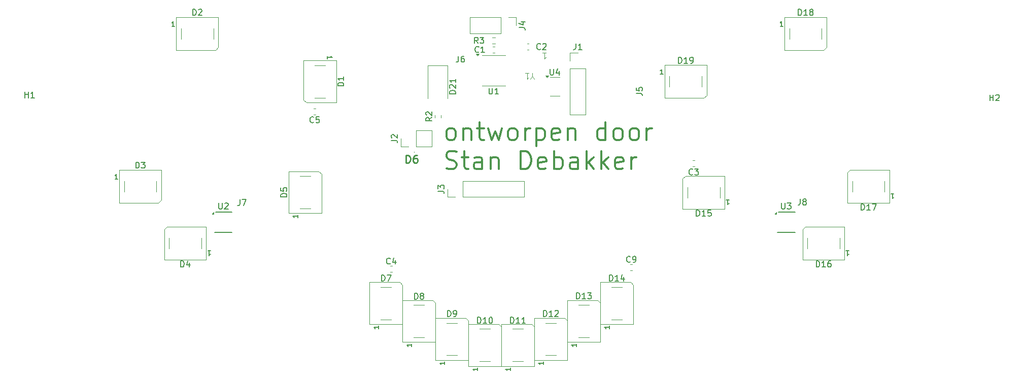
<source format=gbr>
%TF.GenerationSoftware,KiCad,Pcbnew,9.0.1*%
%TF.CreationDate,2025-05-09T16:18:51+02:00*%
%TF.ProjectId,hoofd nieuw V3,686f6f66-6420-46e6-9965-75772056332e,rev?*%
%TF.SameCoordinates,Original*%
%TF.FileFunction,Legend,Top*%
%TF.FilePolarity,Positive*%
%FSLAX46Y46*%
G04 Gerber Fmt 4.6, Leading zero omitted, Abs format (unit mm)*
G04 Created by KiCad (PCBNEW 9.0.1) date 2025-05-09 16:18:51*
%MOMM*%
%LPD*%
G01*
G04 APERTURE LIST*
%ADD10C,0.375000*%
%ADD11C,0.150000*%
%ADD12C,0.254000*%
%ADD13C,0.100000*%
%ADD14C,0.120000*%
G04 APERTURE END LIST*
D10*
X122389567Y-52283525D02*
X122103852Y-52140668D01*
X122103852Y-52140668D02*
X121960995Y-51997810D01*
X121960995Y-51997810D02*
X121818138Y-51712096D01*
X121818138Y-51712096D02*
X121818138Y-50854953D01*
X121818138Y-50854953D02*
X121960995Y-50569239D01*
X121960995Y-50569239D02*
X122103852Y-50426382D01*
X122103852Y-50426382D02*
X122389567Y-50283525D01*
X122389567Y-50283525D02*
X122818138Y-50283525D01*
X122818138Y-50283525D02*
X123103852Y-50426382D01*
X123103852Y-50426382D02*
X123246710Y-50569239D01*
X123246710Y-50569239D02*
X123389567Y-50854953D01*
X123389567Y-50854953D02*
X123389567Y-51712096D01*
X123389567Y-51712096D02*
X123246710Y-51997810D01*
X123246710Y-51997810D02*
X123103852Y-52140668D01*
X123103852Y-52140668D02*
X122818138Y-52283525D01*
X122818138Y-52283525D02*
X122389567Y-52283525D01*
X124675281Y-50283525D02*
X124675281Y-52283525D01*
X124675281Y-50569239D02*
X124818138Y-50426382D01*
X124818138Y-50426382D02*
X125103853Y-50283525D01*
X125103853Y-50283525D02*
X125532424Y-50283525D01*
X125532424Y-50283525D02*
X125818138Y-50426382D01*
X125818138Y-50426382D02*
X125960996Y-50712096D01*
X125960996Y-50712096D02*
X125960996Y-52283525D01*
X126960996Y-50283525D02*
X128103853Y-50283525D01*
X127389567Y-49283525D02*
X127389567Y-51854953D01*
X127389567Y-51854953D02*
X127532424Y-52140668D01*
X127532424Y-52140668D02*
X127818139Y-52283525D01*
X127818139Y-52283525D02*
X128103853Y-52283525D01*
X128818139Y-50283525D02*
X129389568Y-52283525D01*
X129389568Y-52283525D02*
X129960996Y-50854953D01*
X129960996Y-50854953D02*
X130532425Y-52283525D01*
X130532425Y-52283525D02*
X131103853Y-50283525D01*
X132675282Y-52283525D02*
X132389567Y-52140668D01*
X132389567Y-52140668D02*
X132246710Y-51997810D01*
X132246710Y-51997810D02*
X132103853Y-51712096D01*
X132103853Y-51712096D02*
X132103853Y-50854953D01*
X132103853Y-50854953D02*
X132246710Y-50569239D01*
X132246710Y-50569239D02*
X132389567Y-50426382D01*
X132389567Y-50426382D02*
X132675282Y-50283525D01*
X132675282Y-50283525D02*
X133103853Y-50283525D01*
X133103853Y-50283525D02*
X133389567Y-50426382D01*
X133389567Y-50426382D02*
X133532425Y-50569239D01*
X133532425Y-50569239D02*
X133675282Y-50854953D01*
X133675282Y-50854953D02*
X133675282Y-51712096D01*
X133675282Y-51712096D02*
X133532425Y-51997810D01*
X133532425Y-51997810D02*
X133389567Y-52140668D01*
X133389567Y-52140668D02*
X133103853Y-52283525D01*
X133103853Y-52283525D02*
X132675282Y-52283525D01*
X134960996Y-52283525D02*
X134960996Y-50283525D01*
X134960996Y-50854953D02*
X135103853Y-50569239D01*
X135103853Y-50569239D02*
X135246711Y-50426382D01*
X135246711Y-50426382D02*
X135532425Y-50283525D01*
X135532425Y-50283525D02*
X135818139Y-50283525D01*
X136818139Y-50283525D02*
X136818139Y-53283525D01*
X136818139Y-50426382D02*
X137103854Y-50283525D01*
X137103854Y-50283525D02*
X137675282Y-50283525D01*
X137675282Y-50283525D02*
X137960996Y-50426382D01*
X137960996Y-50426382D02*
X138103854Y-50569239D01*
X138103854Y-50569239D02*
X138246711Y-50854953D01*
X138246711Y-50854953D02*
X138246711Y-51712096D01*
X138246711Y-51712096D02*
X138103854Y-51997810D01*
X138103854Y-51997810D02*
X137960996Y-52140668D01*
X137960996Y-52140668D02*
X137675282Y-52283525D01*
X137675282Y-52283525D02*
X137103854Y-52283525D01*
X137103854Y-52283525D02*
X136818139Y-52140668D01*
X140675282Y-52140668D02*
X140389568Y-52283525D01*
X140389568Y-52283525D02*
X139818140Y-52283525D01*
X139818140Y-52283525D02*
X139532425Y-52140668D01*
X139532425Y-52140668D02*
X139389568Y-51854953D01*
X139389568Y-51854953D02*
X139389568Y-50712096D01*
X139389568Y-50712096D02*
X139532425Y-50426382D01*
X139532425Y-50426382D02*
X139818140Y-50283525D01*
X139818140Y-50283525D02*
X140389568Y-50283525D01*
X140389568Y-50283525D02*
X140675282Y-50426382D01*
X140675282Y-50426382D02*
X140818140Y-50712096D01*
X140818140Y-50712096D02*
X140818140Y-50997810D01*
X140818140Y-50997810D02*
X139389568Y-51283525D01*
X142103854Y-50283525D02*
X142103854Y-52283525D01*
X142103854Y-50569239D02*
X142246711Y-50426382D01*
X142246711Y-50426382D02*
X142532426Y-50283525D01*
X142532426Y-50283525D02*
X142960997Y-50283525D01*
X142960997Y-50283525D02*
X143246711Y-50426382D01*
X143246711Y-50426382D02*
X143389569Y-50712096D01*
X143389569Y-50712096D02*
X143389569Y-52283525D01*
X148389569Y-52283525D02*
X148389569Y-49283525D01*
X148389569Y-52140668D02*
X148103854Y-52283525D01*
X148103854Y-52283525D02*
X147532426Y-52283525D01*
X147532426Y-52283525D02*
X147246711Y-52140668D01*
X147246711Y-52140668D02*
X147103854Y-51997810D01*
X147103854Y-51997810D02*
X146960997Y-51712096D01*
X146960997Y-51712096D02*
X146960997Y-50854953D01*
X146960997Y-50854953D02*
X147103854Y-50569239D01*
X147103854Y-50569239D02*
X147246711Y-50426382D01*
X147246711Y-50426382D02*
X147532426Y-50283525D01*
X147532426Y-50283525D02*
X148103854Y-50283525D01*
X148103854Y-50283525D02*
X148389569Y-50426382D01*
X150246712Y-52283525D02*
X149960997Y-52140668D01*
X149960997Y-52140668D02*
X149818140Y-51997810D01*
X149818140Y-51997810D02*
X149675283Y-51712096D01*
X149675283Y-51712096D02*
X149675283Y-50854953D01*
X149675283Y-50854953D02*
X149818140Y-50569239D01*
X149818140Y-50569239D02*
X149960997Y-50426382D01*
X149960997Y-50426382D02*
X150246712Y-50283525D01*
X150246712Y-50283525D02*
X150675283Y-50283525D01*
X150675283Y-50283525D02*
X150960997Y-50426382D01*
X150960997Y-50426382D02*
X151103855Y-50569239D01*
X151103855Y-50569239D02*
X151246712Y-50854953D01*
X151246712Y-50854953D02*
X151246712Y-51712096D01*
X151246712Y-51712096D02*
X151103855Y-51997810D01*
X151103855Y-51997810D02*
X150960997Y-52140668D01*
X150960997Y-52140668D02*
X150675283Y-52283525D01*
X150675283Y-52283525D02*
X150246712Y-52283525D01*
X152960998Y-52283525D02*
X152675283Y-52140668D01*
X152675283Y-52140668D02*
X152532426Y-51997810D01*
X152532426Y-51997810D02*
X152389569Y-51712096D01*
X152389569Y-51712096D02*
X152389569Y-50854953D01*
X152389569Y-50854953D02*
X152532426Y-50569239D01*
X152532426Y-50569239D02*
X152675283Y-50426382D01*
X152675283Y-50426382D02*
X152960998Y-50283525D01*
X152960998Y-50283525D02*
X153389569Y-50283525D01*
X153389569Y-50283525D02*
X153675283Y-50426382D01*
X153675283Y-50426382D02*
X153818141Y-50569239D01*
X153818141Y-50569239D02*
X153960998Y-50854953D01*
X153960998Y-50854953D02*
X153960998Y-51712096D01*
X153960998Y-51712096D02*
X153818141Y-51997810D01*
X153818141Y-51997810D02*
X153675283Y-52140668D01*
X153675283Y-52140668D02*
X153389569Y-52283525D01*
X153389569Y-52283525D02*
X152960998Y-52283525D01*
X155246712Y-52283525D02*
X155246712Y-50283525D01*
X155246712Y-50854953D02*
X155389569Y-50569239D01*
X155389569Y-50569239D02*
X155532427Y-50426382D01*
X155532427Y-50426382D02*
X155818141Y-50283525D01*
X155818141Y-50283525D02*
X156103855Y-50283525D01*
X121818138Y-56970500D02*
X122246710Y-57113357D01*
X122246710Y-57113357D02*
X122960995Y-57113357D01*
X122960995Y-57113357D02*
X123246710Y-56970500D01*
X123246710Y-56970500D02*
X123389567Y-56827642D01*
X123389567Y-56827642D02*
X123532424Y-56541928D01*
X123532424Y-56541928D02*
X123532424Y-56256214D01*
X123532424Y-56256214D02*
X123389567Y-55970500D01*
X123389567Y-55970500D02*
X123246710Y-55827642D01*
X123246710Y-55827642D02*
X122960995Y-55684785D01*
X122960995Y-55684785D02*
X122389567Y-55541928D01*
X122389567Y-55541928D02*
X122103852Y-55399071D01*
X122103852Y-55399071D02*
X121960995Y-55256214D01*
X121960995Y-55256214D02*
X121818138Y-54970500D01*
X121818138Y-54970500D02*
X121818138Y-54684785D01*
X121818138Y-54684785D02*
X121960995Y-54399071D01*
X121960995Y-54399071D02*
X122103852Y-54256214D01*
X122103852Y-54256214D02*
X122389567Y-54113357D01*
X122389567Y-54113357D02*
X123103852Y-54113357D01*
X123103852Y-54113357D02*
X123532424Y-54256214D01*
X124389567Y-55113357D02*
X125532424Y-55113357D01*
X124818138Y-54113357D02*
X124818138Y-56684785D01*
X124818138Y-56684785D02*
X124960995Y-56970500D01*
X124960995Y-56970500D02*
X125246710Y-57113357D01*
X125246710Y-57113357D02*
X125532424Y-57113357D01*
X127818139Y-57113357D02*
X127818139Y-55541928D01*
X127818139Y-55541928D02*
X127675281Y-55256214D01*
X127675281Y-55256214D02*
X127389567Y-55113357D01*
X127389567Y-55113357D02*
X126818139Y-55113357D01*
X126818139Y-55113357D02*
X126532424Y-55256214D01*
X127818139Y-56970500D02*
X127532424Y-57113357D01*
X127532424Y-57113357D02*
X126818139Y-57113357D01*
X126818139Y-57113357D02*
X126532424Y-56970500D01*
X126532424Y-56970500D02*
X126389567Y-56684785D01*
X126389567Y-56684785D02*
X126389567Y-56399071D01*
X126389567Y-56399071D02*
X126532424Y-56113357D01*
X126532424Y-56113357D02*
X126818139Y-55970500D01*
X126818139Y-55970500D02*
X127532424Y-55970500D01*
X127532424Y-55970500D02*
X127818139Y-55827642D01*
X129246710Y-55113357D02*
X129246710Y-57113357D01*
X129246710Y-55399071D02*
X129389567Y-55256214D01*
X129389567Y-55256214D02*
X129675282Y-55113357D01*
X129675282Y-55113357D02*
X130103853Y-55113357D01*
X130103853Y-55113357D02*
X130389567Y-55256214D01*
X130389567Y-55256214D02*
X130532425Y-55541928D01*
X130532425Y-55541928D02*
X130532425Y-57113357D01*
X134246710Y-57113357D02*
X134246710Y-54113357D01*
X134246710Y-54113357D02*
X134960996Y-54113357D01*
X134960996Y-54113357D02*
X135389567Y-54256214D01*
X135389567Y-54256214D02*
X135675282Y-54541928D01*
X135675282Y-54541928D02*
X135818139Y-54827642D01*
X135818139Y-54827642D02*
X135960996Y-55399071D01*
X135960996Y-55399071D02*
X135960996Y-55827642D01*
X135960996Y-55827642D02*
X135818139Y-56399071D01*
X135818139Y-56399071D02*
X135675282Y-56684785D01*
X135675282Y-56684785D02*
X135389567Y-56970500D01*
X135389567Y-56970500D02*
X134960996Y-57113357D01*
X134960996Y-57113357D02*
X134246710Y-57113357D01*
X138389567Y-56970500D02*
X138103853Y-57113357D01*
X138103853Y-57113357D02*
X137532425Y-57113357D01*
X137532425Y-57113357D02*
X137246710Y-56970500D01*
X137246710Y-56970500D02*
X137103853Y-56684785D01*
X137103853Y-56684785D02*
X137103853Y-55541928D01*
X137103853Y-55541928D02*
X137246710Y-55256214D01*
X137246710Y-55256214D02*
X137532425Y-55113357D01*
X137532425Y-55113357D02*
X138103853Y-55113357D01*
X138103853Y-55113357D02*
X138389567Y-55256214D01*
X138389567Y-55256214D02*
X138532425Y-55541928D01*
X138532425Y-55541928D02*
X138532425Y-55827642D01*
X138532425Y-55827642D02*
X137103853Y-56113357D01*
X139818139Y-57113357D02*
X139818139Y-54113357D01*
X139818139Y-55256214D02*
X140103854Y-55113357D01*
X140103854Y-55113357D02*
X140675282Y-55113357D01*
X140675282Y-55113357D02*
X140960996Y-55256214D01*
X140960996Y-55256214D02*
X141103854Y-55399071D01*
X141103854Y-55399071D02*
X141246711Y-55684785D01*
X141246711Y-55684785D02*
X141246711Y-56541928D01*
X141246711Y-56541928D02*
X141103854Y-56827642D01*
X141103854Y-56827642D02*
X140960996Y-56970500D01*
X140960996Y-56970500D02*
X140675282Y-57113357D01*
X140675282Y-57113357D02*
X140103854Y-57113357D01*
X140103854Y-57113357D02*
X139818139Y-56970500D01*
X143818140Y-57113357D02*
X143818140Y-55541928D01*
X143818140Y-55541928D02*
X143675282Y-55256214D01*
X143675282Y-55256214D02*
X143389568Y-55113357D01*
X143389568Y-55113357D02*
X142818140Y-55113357D01*
X142818140Y-55113357D02*
X142532425Y-55256214D01*
X143818140Y-56970500D02*
X143532425Y-57113357D01*
X143532425Y-57113357D02*
X142818140Y-57113357D01*
X142818140Y-57113357D02*
X142532425Y-56970500D01*
X142532425Y-56970500D02*
X142389568Y-56684785D01*
X142389568Y-56684785D02*
X142389568Y-56399071D01*
X142389568Y-56399071D02*
X142532425Y-56113357D01*
X142532425Y-56113357D02*
X142818140Y-55970500D01*
X142818140Y-55970500D02*
X143532425Y-55970500D01*
X143532425Y-55970500D02*
X143818140Y-55827642D01*
X145246711Y-57113357D02*
X145246711Y-54113357D01*
X145532426Y-55970500D02*
X146389568Y-57113357D01*
X146389568Y-55113357D02*
X145246711Y-56256214D01*
X147675282Y-57113357D02*
X147675282Y-54113357D01*
X147960997Y-55970500D02*
X148818139Y-57113357D01*
X148818139Y-55113357D02*
X147675282Y-56256214D01*
X151246710Y-56970500D02*
X150960996Y-57113357D01*
X150960996Y-57113357D02*
X150389568Y-57113357D01*
X150389568Y-57113357D02*
X150103853Y-56970500D01*
X150103853Y-56970500D02*
X149960996Y-56684785D01*
X149960996Y-56684785D02*
X149960996Y-55541928D01*
X149960996Y-55541928D02*
X150103853Y-55256214D01*
X150103853Y-55256214D02*
X150389568Y-55113357D01*
X150389568Y-55113357D02*
X150960996Y-55113357D01*
X150960996Y-55113357D02*
X151246710Y-55256214D01*
X151246710Y-55256214D02*
X151389568Y-55541928D01*
X151389568Y-55541928D02*
X151389568Y-55827642D01*
X151389568Y-55827642D02*
X149960996Y-56113357D01*
X152675282Y-57113357D02*
X152675282Y-55113357D01*
X152675282Y-55684785D02*
X152818139Y-55399071D01*
X152818139Y-55399071D02*
X152960997Y-55256214D01*
X152960997Y-55256214D02*
X153246711Y-55113357D01*
X153246711Y-55113357D02*
X153532425Y-55113357D01*
D11*
X95204819Y-61738094D02*
X94204819Y-61738094D01*
X94204819Y-61738094D02*
X94204819Y-61499999D01*
X94204819Y-61499999D02*
X94252438Y-61357142D01*
X94252438Y-61357142D02*
X94347676Y-61261904D01*
X94347676Y-61261904D02*
X94442914Y-61214285D01*
X94442914Y-61214285D02*
X94633390Y-61166666D01*
X94633390Y-61166666D02*
X94776247Y-61166666D01*
X94776247Y-61166666D02*
X94966723Y-61214285D01*
X94966723Y-61214285D02*
X95061961Y-61261904D01*
X95061961Y-61261904D02*
X95157200Y-61357142D01*
X95157200Y-61357142D02*
X95204819Y-61499999D01*
X95204819Y-61499999D02*
X95204819Y-61738094D01*
X94204819Y-60261904D02*
X94204819Y-60738094D01*
X94204819Y-60738094D02*
X94681009Y-60785713D01*
X94681009Y-60785713D02*
X94633390Y-60738094D01*
X94633390Y-60738094D02*
X94585771Y-60642856D01*
X94585771Y-60642856D02*
X94585771Y-60404761D01*
X94585771Y-60404761D02*
X94633390Y-60309523D01*
X94633390Y-60309523D02*
X94681009Y-60261904D01*
X94681009Y-60261904D02*
X94776247Y-60214285D01*
X94776247Y-60214285D02*
X95014342Y-60214285D01*
X95014342Y-60214285D02*
X95109580Y-60261904D01*
X95109580Y-60261904D02*
X95157200Y-60309523D01*
X95157200Y-60309523D02*
X95204819Y-60404761D01*
X95204819Y-60404761D02*
X95204819Y-60642856D01*
X95204819Y-60642856D02*
X95157200Y-60738094D01*
X95157200Y-60738094D02*
X95109580Y-60785713D01*
X97012295Y-64771428D02*
X97012295Y-65228571D01*
X97012295Y-64999999D02*
X96212295Y-64999999D01*
X96212295Y-64999999D02*
X96326580Y-65076190D01*
X96326580Y-65076190D02*
X96402771Y-65152380D01*
X96402771Y-65152380D02*
X96440866Y-65228571D01*
D12*
X115092618Y-56069318D02*
X115092618Y-54799318D01*
X115092618Y-54799318D02*
X115394999Y-54799318D01*
X115394999Y-54799318D02*
X115576428Y-54859794D01*
X115576428Y-54859794D02*
X115697380Y-54980746D01*
X115697380Y-54980746D02*
X115757857Y-55101699D01*
X115757857Y-55101699D02*
X115818333Y-55343603D01*
X115818333Y-55343603D02*
X115818333Y-55525032D01*
X115818333Y-55525032D02*
X115757857Y-55766937D01*
X115757857Y-55766937D02*
X115697380Y-55887889D01*
X115697380Y-55887889D02*
X115576428Y-56008842D01*
X115576428Y-56008842D02*
X115394999Y-56069318D01*
X115394999Y-56069318D02*
X115092618Y-56069318D01*
X116906904Y-54799318D02*
X116664999Y-54799318D01*
X116664999Y-54799318D02*
X116544047Y-54859794D01*
X116544047Y-54859794D02*
X116483571Y-54920270D01*
X116483571Y-54920270D02*
X116362618Y-55101699D01*
X116362618Y-55101699D02*
X116302142Y-55343603D01*
X116302142Y-55343603D02*
X116302142Y-55827413D01*
X116302142Y-55827413D02*
X116362618Y-55948365D01*
X116362618Y-55948365D02*
X116423095Y-56008842D01*
X116423095Y-56008842D02*
X116544047Y-56069318D01*
X116544047Y-56069318D02*
X116785952Y-56069318D01*
X116785952Y-56069318D02*
X116906904Y-56008842D01*
X116906904Y-56008842D02*
X116967380Y-55948365D01*
X116967380Y-55948365D02*
X117027857Y-55827413D01*
X117027857Y-55827413D02*
X117027857Y-55525032D01*
X117027857Y-55525032D02*
X116967380Y-55404080D01*
X116967380Y-55404080D02*
X116906904Y-55343603D01*
X116906904Y-55343603D02*
X116785952Y-55283127D01*
X116785952Y-55283127D02*
X116544047Y-55283127D01*
X116544047Y-55283127D02*
X116423095Y-55343603D01*
X116423095Y-55343603D02*
X116362618Y-55404080D01*
X116362618Y-55404080D02*
X116302142Y-55525032D01*
D11*
X137533333Y-37059580D02*
X137485714Y-37107200D01*
X137485714Y-37107200D02*
X137342857Y-37154819D01*
X137342857Y-37154819D02*
X137247619Y-37154819D01*
X137247619Y-37154819D02*
X137104762Y-37107200D01*
X137104762Y-37107200D02*
X137009524Y-37011961D01*
X137009524Y-37011961D02*
X136961905Y-36916723D01*
X136961905Y-36916723D02*
X136914286Y-36726247D01*
X136914286Y-36726247D02*
X136914286Y-36583390D01*
X136914286Y-36583390D02*
X136961905Y-36392914D01*
X136961905Y-36392914D02*
X137009524Y-36297676D01*
X137009524Y-36297676D02*
X137104762Y-36202438D01*
X137104762Y-36202438D02*
X137247619Y-36154819D01*
X137247619Y-36154819D02*
X137342857Y-36154819D01*
X137342857Y-36154819D02*
X137485714Y-36202438D01*
X137485714Y-36202438D02*
X137533333Y-36250057D01*
X137914286Y-36250057D02*
X137961905Y-36202438D01*
X137961905Y-36202438D02*
X138057143Y-36154819D01*
X138057143Y-36154819D02*
X138295238Y-36154819D01*
X138295238Y-36154819D02*
X138390476Y-36202438D01*
X138390476Y-36202438D02*
X138438095Y-36250057D01*
X138438095Y-36250057D02*
X138485714Y-36345295D01*
X138485714Y-36345295D02*
X138485714Y-36440533D01*
X138485714Y-36440533D02*
X138438095Y-36583390D01*
X138438095Y-36583390D02*
X137866667Y-37154819D01*
X137866667Y-37154819D02*
X138485714Y-37154819D01*
X127233333Y-37559580D02*
X127185714Y-37607200D01*
X127185714Y-37607200D02*
X127042857Y-37654819D01*
X127042857Y-37654819D02*
X126947619Y-37654819D01*
X126947619Y-37654819D02*
X126804762Y-37607200D01*
X126804762Y-37607200D02*
X126709524Y-37511961D01*
X126709524Y-37511961D02*
X126661905Y-37416723D01*
X126661905Y-37416723D02*
X126614286Y-37226247D01*
X126614286Y-37226247D02*
X126614286Y-37083390D01*
X126614286Y-37083390D02*
X126661905Y-36892914D01*
X126661905Y-36892914D02*
X126709524Y-36797676D01*
X126709524Y-36797676D02*
X126804762Y-36702438D01*
X126804762Y-36702438D02*
X126947619Y-36654819D01*
X126947619Y-36654819D02*
X127042857Y-36654819D01*
X127042857Y-36654819D02*
X127185714Y-36702438D01*
X127185714Y-36702438D02*
X127233333Y-36750057D01*
X128185714Y-37654819D02*
X127614286Y-37654819D01*
X127900000Y-37654819D02*
X127900000Y-36654819D01*
X127900000Y-36654819D02*
X127804762Y-36797676D01*
X127804762Y-36797676D02*
X127709524Y-36892914D01*
X127709524Y-36892914D02*
X127614286Y-36940533D01*
X133934819Y-33483333D02*
X134649104Y-33483333D01*
X134649104Y-33483333D02*
X134791961Y-33530952D01*
X134791961Y-33530952D02*
X134887200Y-33626190D01*
X134887200Y-33626190D02*
X134934819Y-33769047D01*
X134934819Y-33769047D02*
X134934819Y-33864285D01*
X134268152Y-32578571D02*
X134934819Y-32578571D01*
X133887200Y-32816666D02*
X134601485Y-33054761D01*
X134601485Y-33054761D02*
X134601485Y-32435714D01*
X143535714Y-78754819D02*
X143535714Y-77754819D01*
X143535714Y-77754819D02*
X143773809Y-77754819D01*
X143773809Y-77754819D02*
X143916666Y-77802438D01*
X143916666Y-77802438D02*
X144011904Y-77897676D01*
X144011904Y-77897676D02*
X144059523Y-77992914D01*
X144059523Y-77992914D02*
X144107142Y-78183390D01*
X144107142Y-78183390D02*
X144107142Y-78326247D01*
X144107142Y-78326247D02*
X144059523Y-78516723D01*
X144059523Y-78516723D02*
X144011904Y-78611961D01*
X144011904Y-78611961D02*
X143916666Y-78707200D01*
X143916666Y-78707200D02*
X143773809Y-78754819D01*
X143773809Y-78754819D02*
X143535714Y-78754819D01*
X145059523Y-78754819D02*
X144488095Y-78754819D01*
X144773809Y-78754819D02*
X144773809Y-77754819D01*
X144773809Y-77754819D02*
X144678571Y-77897676D01*
X144678571Y-77897676D02*
X144583333Y-77992914D01*
X144583333Y-77992914D02*
X144488095Y-78040533D01*
X145392857Y-77754819D02*
X146011904Y-77754819D01*
X146011904Y-77754819D02*
X145678571Y-78135771D01*
X145678571Y-78135771D02*
X145821428Y-78135771D01*
X145821428Y-78135771D02*
X145916666Y-78183390D01*
X145916666Y-78183390D02*
X145964285Y-78231009D01*
X145964285Y-78231009D02*
X146011904Y-78326247D01*
X146011904Y-78326247D02*
X146011904Y-78564342D01*
X146011904Y-78564342D02*
X145964285Y-78659580D01*
X145964285Y-78659580D02*
X145916666Y-78707200D01*
X145916666Y-78707200D02*
X145821428Y-78754819D01*
X145821428Y-78754819D02*
X145535714Y-78754819D01*
X145535714Y-78754819D02*
X145440476Y-78707200D01*
X145440476Y-78707200D02*
X145392857Y-78659580D01*
X143512295Y-86271428D02*
X143512295Y-86728571D01*
X143512295Y-86499999D02*
X142712295Y-86499999D01*
X142712295Y-86499999D02*
X142826580Y-86576190D01*
X142826580Y-86576190D02*
X142902771Y-86652380D01*
X142902771Y-86652380D02*
X142940866Y-86728571D01*
X120434819Y-60783333D02*
X121149104Y-60783333D01*
X121149104Y-60783333D02*
X121291961Y-60830952D01*
X121291961Y-60830952D02*
X121387200Y-60926190D01*
X121387200Y-60926190D02*
X121434819Y-61069047D01*
X121434819Y-61069047D02*
X121434819Y-61164285D01*
X120434819Y-60402380D02*
X120434819Y-59783333D01*
X120434819Y-59783333D02*
X120815771Y-60116666D01*
X120815771Y-60116666D02*
X120815771Y-59973809D01*
X120815771Y-59973809D02*
X120863390Y-59878571D01*
X120863390Y-59878571D02*
X120911009Y-59830952D01*
X120911009Y-59830952D02*
X121006247Y-59783333D01*
X121006247Y-59783333D02*
X121244342Y-59783333D01*
X121244342Y-59783333D02*
X121339580Y-59830952D01*
X121339580Y-59830952D02*
X121387200Y-59878571D01*
X121387200Y-59878571D02*
X121434819Y-59973809D01*
X121434819Y-59973809D02*
X121434819Y-60259523D01*
X121434819Y-60259523D02*
X121387200Y-60354761D01*
X121387200Y-60354761D02*
X121339580Y-60402380D01*
X99683333Y-49289580D02*
X99635714Y-49337200D01*
X99635714Y-49337200D02*
X99492857Y-49384819D01*
X99492857Y-49384819D02*
X99397619Y-49384819D01*
X99397619Y-49384819D02*
X99254762Y-49337200D01*
X99254762Y-49337200D02*
X99159524Y-49241961D01*
X99159524Y-49241961D02*
X99111905Y-49146723D01*
X99111905Y-49146723D02*
X99064286Y-48956247D01*
X99064286Y-48956247D02*
X99064286Y-48813390D01*
X99064286Y-48813390D02*
X99111905Y-48622914D01*
X99111905Y-48622914D02*
X99159524Y-48527676D01*
X99159524Y-48527676D02*
X99254762Y-48432438D01*
X99254762Y-48432438D02*
X99397619Y-48384819D01*
X99397619Y-48384819D02*
X99492857Y-48384819D01*
X99492857Y-48384819D02*
X99635714Y-48432438D01*
X99635714Y-48432438D02*
X99683333Y-48480057D01*
X100588095Y-48384819D02*
X100111905Y-48384819D01*
X100111905Y-48384819D02*
X100064286Y-48861009D01*
X100064286Y-48861009D02*
X100111905Y-48813390D01*
X100111905Y-48813390D02*
X100207143Y-48765771D01*
X100207143Y-48765771D02*
X100445238Y-48765771D01*
X100445238Y-48765771D02*
X100540476Y-48813390D01*
X100540476Y-48813390D02*
X100588095Y-48861009D01*
X100588095Y-48861009D02*
X100635714Y-48956247D01*
X100635714Y-48956247D02*
X100635714Y-49194342D01*
X100635714Y-49194342D02*
X100588095Y-49289580D01*
X100588095Y-49289580D02*
X100540476Y-49337200D01*
X100540476Y-49337200D02*
X100445238Y-49384819D01*
X100445238Y-49384819D02*
X100207143Y-49384819D01*
X100207143Y-49384819D02*
X100111905Y-49337200D01*
X100111905Y-49337200D02*
X100064286Y-49289580D01*
X112468333Y-72869580D02*
X112420714Y-72917200D01*
X112420714Y-72917200D02*
X112277857Y-72964819D01*
X112277857Y-72964819D02*
X112182619Y-72964819D01*
X112182619Y-72964819D02*
X112039762Y-72917200D01*
X112039762Y-72917200D02*
X111944524Y-72821961D01*
X111944524Y-72821961D02*
X111896905Y-72726723D01*
X111896905Y-72726723D02*
X111849286Y-72536247D01*
X111849286Y-72536247D02*
X111849286Y-72393390D01*
X111849286Y-72393390D02*
X111896905Y-72202914D01*
X111896905Y-72202914D02*
X111944524Y-72107676D01*
X111944524Y-72107676D02*
X112039762Y-72012438D01*
X112039762Y-72012438D02*
X112182619Y-71964819D01*
X112182619Y-71964819D02*
X112277857Y-71964819D01*
X112277857Y-71964819D02*
X112420714Y-72012438D01*
X112420714Y-72012438D02*
X112468333Y-72060057D01*
X113325476Y-72298152D02*
X113325476Y-72964819D01*
X113087381Y-71917200D02*
X112849286Y-72631485D01*
X112849286Y-72631485D02*
X113468333Y-72631485D01*
X116511905Y-78829819D02*
X116511905Y-77829819D01*
X116511905Y-77829819D02*
X116750000Y-77829819D01*
X116750000Y-77829819D02*
X116892857Y-77877438D01*
X116892857Y-77877438D02*
X116988095Y-77972676D01*
X116988095Y-77972676D02*
X117035714Y-78067914D01*
X117035714Y-78067914D02*
X117083333Y-78258390D01*
X117083333Y-78258390D02*
X117083333Y-78401247D01*
X117083333Y-78401247D02*
X117035714Y-78591723D01*
X117035714Y-78591723D02*
X116988095Y-78686961D01*
X116988095Y-78686961D02*
X116892857Y-78782200D01*
X116892857Y-78782200D02*
X116750000Y-78829819D01*
X116750000Y-78829819D02*
X116511905Y-78829819D01*
X117654762Y-78258390D02*
X117559524Y-78210771D01*
X117559524Y-78210771D02*
X117511905Y-78163152D01*
X117511905Y-78163152D02*
X117464286Y-78067914D01*
X117464286Y-78067914D02*
X117464286Y-78020295D01*
X117464286Y-78020295D02*
X117511905Y-77925057D01*
X117511905Y-77925057D02*
X117559524Y-77877438D01*
X117559524Y-77877438D02*
X117654762Y-77829819D01*
X117654762Y-77829819D02*
X117845238Y-77829819D01*
X117845238Y-77829819D02*
X117940476Y-77877438D01*
X117940476Y-77877438D02*
X117988095Y-77925057D01*
X117988095Y-77925057D02*
X118035714Y-78020295D01*
X118035714Y-78020295D02*
X118035714Y-78067914D01*
X118035714Y-78067914D02*
X117988095Y-78163152D01*
X117988095Y-78163152D02*
X117940476Y-78210771D01*
X117940476Y-78210771D02*
X117845238Y-78258390D01*
X117845238Y-78258390D02*
X117654762Y-78258390D01*
X117654762Y-78258390D02*
X117559524Y-78306009D01*
X117559524Y-78306009D02*
X117511905Y-78353628D01*
X117511905Y-78353628D02*
X117464286Y-78448866D01*
X117464286Y-78448866D02*
X117464286Y-78639342D01*
X117464286Y-78639342D02*
X117511905Y-78734580D01*
X117511905Y-78734580D02*
X117559524Y-78782200D01*
X117559524Y-78782200D02*
X117654762Y-78829819D01*
X117654762Y-78829819D02*
X117845238Y-78829819D01*
X117845238Y-78829819D02*
X117940476Y-78782200D01*
X117940476Y-78782200D02*
X117988095Y-78734580D01*
X117988095Y-78734580D02*
X118035714Y-78639342D01*
X118035714Y-78639342D02*
X118035714Y-78448866D01*
X118035714Y-78448866D02*
X117988095Y-78353628D01*
X117988095Y-78353628D02*
X117940476Y-78306009D01*
X117940476Y-78306009D02*
X117845238Y-78258390D01*
X116012295Y-86271428D02*
X116012295Y-86728571D01*
X116012295Y-86499999D02*
X115212295Y-86499999D01*
X115212295Y-86499999D02*
X115326580Y-86576190D01*
X115326580Y-86576190D02*
X115402771Y-86652380D01*
X115402771Y-86652380D02*
X115440866Y-86728571D01*
X160535714Y-39454819D02*
X160535714Y-38454819D01*
X160535714Y-38454819D02*
X160773809Y-38454819D01*
X160773809Y-38454819D02*
X160916666Y-38502438D01*
X160916666Y-38502438D02*
X161011904Y-38597676D01*
X161011904Y-38597676D02*
X161059523Y-38692914D01*
X161059523Y-38692914D02*
X161107142Y-38883390D01*
X161107142Y-38883390D02*
X161107142Y-39026247D01*
X161107142Y-39026247D02*
X161059523Y-39216723D01*
X161059523Y-39216723D02*
X161011904Y-39311961D01*
X161011904Y-39311961D02*
X160916666Y-39407200D01*
X160916666Y-39407200D02*
X160773809Y-39454819D01*
X160773809Y-39454819D02*
X160535714Y-39454819D01*
X162059523Y-39454819D02*
X161488095Y-39454819D01*
X161773809Y-39454819D02*
X161773809Y-38454819D01*
X161773809Y-38454819D02*
X161678571Y-38597676D01*
X161678571Y-38597676D02*
X161583333Y-38692914D01*
X161583333Y-38692914D02*
X161488095Y-38740533D01*
X162535714Y-39454819D02*
X162726190Y-39454819D01*
X162726190Y-39454819D02*
X162821428Y-39407200D01*
X162821428Y-39407200D02*
X162869047Y-39359580D01*
X162869047Y-39359580D02*
X162964285Y-39216723D01*
X162964285Y-39216723D02*
X163011904Y-39026247D01*
X163011904Y-39026247D02*
X163011904Y-38645295D01*
X163011904Y-38645295D02*
X162964285Y-38550057D01*
X162964285Y-38550057D02*
X162916666Y-38502438D01*
X162916666Y-38502438D02*
X162821428Y-38454819D01*
X162821428Y-38454819D02*
X162630952Y-38454819D01*
X162630952Y-38454819D02*
X162535714Y-38502438D01*
X162535714Y-38502438D02*
X162488095Y-38550057D01*
X162488095Y-38550057D02*
X162440476Y-38645295D01*
X162440476Y-38645295D02*
X162440476Y-38883390D01*
X162440476Y-38883390D02*
X162488095Y-38978628D01*
X162488095Y-38978628D02*
X162535714Y-39026247D01*
X162535714Y-39026247D02*
X162630952Y-39073866D01*
X162630952Y-39073866D02*
X162821428Y-39073866D01*
X162821428Y-39073866D02*
X162916666Y-39026247D01*
X162916666Y-39026247D02*
X162964285Y-38978628D01*
X162964285Y-38978628D02*
X163011904Y-38883390D01*
X157978571Y-41262295D02*
X157521428Y-41262295D01*
X157750000Y-41262295D02*
X157750000Y-40462295D01*
X157750000Y-40462295D02*
X157673809Y-40576580D01*
X157673809Y-40576580D02*
X157597619Y-40652771D01*
X157597619Y-40652771D02*
X157521428Y-40690866D01*
X122011905Y-81729819D02*
X122011905Y-80729819D01*
X122011905Y-80729819D02*
X122250000Y-80729819D01*
X122250000Y-80729819D02*
X122392857Y-80777438D01*
X122392857Y-80777438D02*
X122488095Y-80872676D01*
X122488095Y-80872676D02*
X122535714Y-80967914D01*
X122535714Y-80967914D02*
X122583333Y-81158390D01*
X122583333Y-81158390D02*
X122583333Y-81301247D01*
X122583333Y-81301247D02*
X122535714Y-81491723D01*
X122535714Y-81491723D02*
X122488095Y-81586961D01*
X122488095Y-81586961D02*
X122392857Y-81682200D01*
X122392857Y-81682200D02*
X122250000Y-81729819D01*
X122250000Y-81729819D02*
X122011905Y-81729819D01*
X123059524Y-81729819D02*
X123250000Y-81729819D01*
X123250000Y-81729819D02*
X123345238Y-81682200D01*
X123345238Y-81682200D02*
X123392857Y-81634580D01*
X123392857Y-81634580D02*
X123488095Y-81491723D01*
X123488095Y-81491723D02*
X123535714Y-81301247D01*
X123535714Y-81301247D02*
X123535714Y-80920295D01*
X123535714Y-80920295D02*
X123488095Y-80825057D01*
X123488095Y-80825057D02*
X123440476Y-80777438D01*
X123440476Y-80777438D02*
X123345238Y-80729819D01*
X123345238Y-80729819D02*
X123154762Y-80729819D01*
X123154762Y-80729819D02*
X123059524Y-80777438D01*
X123059524Y-80777438D02*
X123011905Y-80825057D01*
X123011905Y-80825057D02*
X122964286Y-80920295D01*
X122964286Y-80920295D02*
X122964286Y-81158390D01*
X122964286Y-81158390D02*
X123011905Y-81253628D01*
X123011905Y-81253628D02*
X123059524Y-81301247D01*
X123059524Y-81301247D02*
X123154762Y-81348866D01*
X123154762Y-81348866D02*
X123345238Y-81348866D01*
X123345238Y-81348866D02*
X123440476Y-81301247D01*
X123440476Y-81301247D02*
X123488095Y-81253628D01*
X123488095Y-81253628D02*
X123535714Y-81158390D01*
X121512295Y-89271428D02*
X121512295Y-89728571D01*
X121512295Y-89499999D02*
X120712295Y-89499999D01*
X120712295Y-89499999D02*
X120826580Y-89576190D01*
X120826580Y-89576190D02*
X120902771Y-89652380D01*
X120902771Y-89652380D02*
X120940866Y-89728571D01*
X180535714Y-31454819D02*
X180535714Y-30454819D01*
X180535714Y-30454819D02*
X180773809Y-30454819D01*
X180773809Y-30454819D02*
X180916666Y-30502438D01*
X180916666Y-30502438D02*
X181011904Y-30597676D01*
X181011904Y-30597676D02*
X181059523Y-30692914D01*
X181059523Y-30692914D02*
X181107142Y-30883390D01*
X181107142Y-30883390D02*
X181107142Y-31026247D01*
X181107142Y-31026247D02*
X181059523Y-31216723D01*
X181059523Y-31216723D02*
X181011904Y-31311961D01*
X181011904Y-31311961D02*
X180916666Y-31407200D01*
X180916666Y-31407200D02*
X180773809Y-31454819D01*
X180773809Y-31454819D02*
X180535714Y-31454819D01*
X182059523Y-31454819D02*
X181488095Y-31454819D01*
X181773809Y-31454819D02*
X181773809Y-30454819D01*
X181773809Y-30454819D02*
X181678571Y-30597676D01*
X181678571Y-30597676D02*
X181583333Y-30692914D01*
X181583333Y-30692914D02*
X181488095Y-30740533D01*
X182630952Y-30883390D02*
X182535714Y-30835771D01*
X182535714Y-30835771D02*
X182488095Y-30788152D01*
X182488095Y-30788152D02*
X182440476Y-30692914D01*
X182440476Y-30692914D02*
X182440476Y-30645295D01*
X182440476Y-30645295D02*
X182488095Y-30550057D01*
X182488095Y-30550057D02*
X182535714Y-30502438D01*
X182535714Y-30502438D02*
X182630952Y-30454819D01*
X182630952Y-30454819D02*
X182821428Y-30454819D01*
X182821428Y-30454819D02*
X182916666Y-30502438D01*
X182916666Y-30502438D02*
X182964285Y-30550057D01*
X182964285Y-30550057D02*
X183011904Y-30645295D01*
X183011904Y-30645295D02*
X183011904Y-30692914D01*
X183011904Y-30692914D02*
X182964285Y-30788152D01*
X182964285Y-30788152D02*
X182916666Y-30835771D01*
X182916666Y-30835771D02*
X182821428Y-30883390D01*
X182821428Y-30883390D02*
X182630952Y-30883390D01*
X182630952Y-30883390D02*
X182535714Y-30931009D01*
X182535714Y-30931009D02*
X182488095Y-30978628D01*
X182488095Y-30978628D02*
X182440476Y-31073866D01*
X182440476Y-31073866D02*
X182440476Y-31264342D01*
X182440476Y-31264342D02*
X182488095Y-31359580D01*
X182488095Y-31359580D02*
X182535714Y-31407200D01*
X182535714Y-31407200D02*
X182630952Y-31454819D01*
X182630952Y-31454819D02*
X182821428Y-31454819D01*
X182821428Y-31454819D02*
X182916666Y-31407200D01*
X182916666Y-31407200D02*
X182964285Y-31359580D01*
X182964285Y-31359580D02*
X183011904Y-31264342D01*
X183011904Y-31264342D02*
X183011904Y-31073866D01*
X183011904Y-31073866D02*
X182964285Y-30978628D01*
X182964285Y-30978628D02*
X182916666Y-30931009D01*
X182916666Y-30931009D02*
X182821428Y-30883390D01*
X177978571Y-33262295D02*
X177521428Y-33262295D01*
X177750000Y-33262295D02*
X177750000Y-32462295D01*
X177750000Y-32462295D02*
X177673809Y-32576580D01*
X177673809Y-32576580D02*
X177597619Y-32652771D01*
X177597619Y-32652771D02*
X177521428Y-32690866D01*
X152503333Y-72569580D02*
X152455714Y-72617200D01*
X152455714Y-72617200D02*
X152312857Y-72664819D01*
X152312857Y-72664819D02*
X152217619Y-72664819D01*
X152217619Y-72664819D02*
X152074762Y-72617200D01*
X152074762Y-72617200D02*
X151979524Y-72521961D01*
X151979524Y-72521961D02*
X151931905Y-72426723D01*
X151931905Y-72426723D02*
X151884286Y-72236247D01*
X151884286Y-72236247D02*
X151884286Y-72093390D01*
X151884286Y-72093390D02*
X151931905Y-71902914D01*
X151931905Y-71902914D02*
X151979524Y-71807676D01*
X151979524Y-71807676D02*
X152074762Y-71712438D01*
X152074762Y-71712438D02*
X152217619Y-71664819D01*
X152217619Y-71664819D02*
X152312857Y-71664819D01*
X152312857Y-71664819D02*
X152455714Y-71712438D01*
X152455714Y-71712438D02*
X152503333Y-71760057D01*
X152979524Y-72664819D02*
X153170000Y-72664819D01*
X153170000Y-72664819D02*
X153265238Y-72617200D01*
X153265238Y-72617200D02*
X153312857Y-72569580D01*
X153312857Y-72569580D02*
X153408095Y-72426723D01*
X153408095Y-72426723D02*
X153455714Y-72236247D01*
X153455714Y-72236247D02*
X153455714Y-71855295D01*
X153455714Y-71855295D02*
X153408095Y-71760057D01*
X153408095Y-71760057D02*
X153360476Y-71712438D01*
X153360476Y-71712438D02*
X153265238Y-71664819D01*
X153265238Y-71664819D02*
X153074762Y-71664819D01*
X153074762Y-71664819D02*
X152979524Y-71712438D01*
X152979524Y-71712438D02*
X152931905Y-71760057D01*
X152931905Y-71760057D02*
X152884286Y-71855295D01*
X152884286Y-71855295D02*
X152884286Y-72093390D01*
X152884286Y-72093390D02*
X152931905Y-72188628D01*
X152931905Y-72188628D02*
X152979524Y-72236247D01*
X152979524Y-72236247D02*
X153074762Y-72283866D01*
X153074762Y-72283866D02*
X153265238Y-72283866D01*
X153265238Y-72283866D02*
X153360476Y-72236247D01*
X153360476Y-72236247D02*
X153408095Y-72188628D01*
X153408095Y-72188628D02*
X153455714Y-72093390D01*
X163535714Y-64954819D02*
X163535714Y-63954819D01*
X163535714Y-63954819D02*
X163773809Y-63954819D01*
X163773809Y-63954819D02*
X163916666Y-64002438D01*
X163916666Y-64002438D02*
X164011904Y-64097676D01*
X164011904Y-64097676D02*
X164059523Y-64192914D01*
X164059523Y-64192914D02*
X164107142Y-64383390D01*
X164107142Y-64383390D02*
X164107142Y-64526247D01*
X164107142Y-64526247D02*
X164059523Y-64716723D01*
X164059523Y-64716723D02*
X164011904Y-64811961D01*
X164011904Y-64811961D02*
X163916666Y-64907200D01*
X163916666Y-64907200D02*
X163773809Y-64954819D01*
X163773809Y-64954819D02*
X163535714Y-64954819D01*
X165059523Y-64954819D02*
X164488095Y-64954819D01*
X164773809Y-64954819D02*
X164773809Y-63954819D01*
X164773809Y-63954819D02*
X164678571Y-64097676D01*
X164678571Y-64097676D02*
X164583333Y-64192914D01*
X164583333Y-64192914D02*
X164488095Y-64240533D01*
X165964285Y-63954819D02*
X165488095Y-63954819D01*
X165488095Y-63954819D02*
X165440476Y-64431009D01*
X165440476Y-64431009D02*
X165488095Y-64383390D01*
X165488095Y-64383390D02*
X165583333Y-64335771D01*
X165583333Y-64335771D02*
X165821428Y-64335771D01*
X165821428Y-64335771D02*
X165916666Y-64383390D01*
X165916666Y-64383390D02*
X165964285Y-64431009D01*
X165964285Y-64431009D02*
X166011904Y-64526247D01*
X166011904Y-64526247D02*
X166011904Y-64764342D01*
X166011904Y-64764342D02*
X165964285Y-64859580D01*
X165964285Y-64859580D02*
X165916666Y-64907200D01*
X165916666Y-64907200D02*
X165821428Y-64954819D01*
X165821428Y-64954819D02*
X165583333Y-64954819D01*
X165583333Y-64954819D02*
X165488095Y-64907200D01*
X165488095Y-64907200D02*
X165440476Y-64859580D01*
X168521428Y-62237704D02*
X168978571Y-62237704D01*
X168749999Y-62237704D02*
X168749999Y-63037704D01*
X168749999Y-63037704D02*
X168826190Y-62923419D01*
X168826190Y-62923419D02*
X168902380Y-62847228D01*
X168902380Y-62847228D02*
X168978571Y-62809133D01*
X132535714Y-82844819D02*
X132535714Y-81844819D01*
X132535714Y-81844819D02*
X132773809Y-81844819D01*
X132773809Y-81844819D02*
X132916666Y-81892438D01*
X132916666Y-81892438D02*
X133011904Y-81987676D01*
X133011904Y-81987676D02*
X133059523Y-82082914D01*
X133059523Y-82082914D02*
X133107142Y-82273390D01*
X133107142Y-82273390D02*
X133107142Y-82416247D01*
X133107142Y-82416247D02*
X133059523Y-82606723D01*
X133059523Y-82606723D02*
X133011904Y-82701961D01*
X133011904Y-82701961D02*
X132916666Y-82797200D01*
X132916666Y-82797200D02*
X132773809Y-82844819D01*
X132773809Y-82844819D02*
X132535714Y-82844819D01*
X134059523Y-82844819D02*
X133488095Y-82844819D01*
X133773809Y-82844819D02*
X133773809Y-81844819D01*
X133773809Y-81844819D02*
X133678571Y-81987676D01*
X133678571Y-81987676D02*
X133583333Y-82082914D01*
X133583333Y-82082914D02*
X133488095Y-82130533D01*
X135011904Y-82844819D02*
X134440476Y-82844819D01*
X134726190Y-82844819D02*
X134726190Y-81844819D01*
X134726190Y-81844819D02*
X134630952Y-81987676D01*
X134630952Y-81987676D02*
X134535714Y-82082914D01*
X134535714Y-82082914D02*
X134440476Y-82130533D01*
X132512295Y-90271428D02*
X132512295Y-90728571D01*
X132512295Y-90499999D02*
X131712295Y-90499999D01*
X131712295Y-90499999D02*
X131826580Y-90576190D01*
X131826580Y-90576190D02*
X131902771Y-90652380D01*
X131902771Y-90652380D02*
X131940866Y-90728571D01*
X111011905Y-75804819D02*
X111011905Y-74804819D01*
X111011905Y-74804819D02*
X111250000Y-74804819D01*
X111250000Y-74804819D02*
X111392857Y-74852438D01*
X111392857Y-74852438D02*
X111488095Y-74947676D01*
X111488095Y-74947676D02*
X111535714Y-75042914D01*
X111535714Y-75042914D02*
X111583333Y-75233390D01*
X111583333Y-75233390D02*
X111583333Y-75376247D01*
X111583333Y-75376247D02*
X111535714Y-75566723D01*
X111535714Y-75566723D02*
X111488095Y-75661961D01*
X111488095Y-75661961D02*
X111392857Y-75757200D01*
X111392857Y-75757200D02*
X111250000Y-75804819D01*
X111250000Y-75804819D02*
X111011905Y-75804819D01*
X111916667Y-74804819D02*
X112583333Y-74804819D01*
X112583333Y-74804819D02*
X112154762Y-75804819D01*
X110512295Y-83271428D02*
X110512295Y-83728571D01*
X110512295Y-83499999D02*
X109712295Y-83499999D01*
X109712295Y-83499999D02*
X109826580Y-83576190D01*
X109826580Y-83576190D02*
X109902771Y-83652380D01*
X109902771Y-83652380D02*
X109940866Y-83728571D01*
X87366666Y-62214819D02*
X87366666Y-62929104D01*
X87366666Y-62929104D02*
X87319047Y-63071961D01*
X87319047Y-63071961D02*
X87223809Y-63167200D01*
X87223809Y-63167200D02*
X87080952Y-63214819D01*
X87080952Y-63214819D02*
X86985714Y-63214819D01*
X87747619Y-62214819D02*
X88414285Y-62214819D01*
X88414285Y-62214819D02*
X87985714Y-63214819D01*
X112649819Y-52333333D02*
X113364104Y-52333333D01*
X113364104Y-52333333D02*
X113506961Y-52380952D01*
X113506961Y-52380952D02*
X113602200Y-52476190D01*
X113602200Y-52476190D02*
X113649819Y-52619047D01*
X113649819Y-52619047D02*
X113649819Y-52714285D01*
X112745057Y-51904761D02*
X112697438Y-51857142D01*
X112697438Y-51857142D02*
X112649819Y-51761904D01*
X112649819Y-51761904D02*
X112649819Y-51523809D01*
X112649819Y-51523809D02*
X112697438Y-51428571D01*
X112697438Y-51428571D02*
X112745057Y-51380952D01*
X112745057Y-51380952D02*
X112840295Y-51333333D01*
X112840295Y-51333333D02*
X112935533Y-51333333D01*
X112935533Y-51333333D02*
X113078390Y-51380952D01*
X113078390Y-51380952D02*
X113649819Y-51952380D01*
X113649819Y-51952380D02*
X113649819Y-51333333D01*
X180866666Y-62114819D02*
X180866666Y-62829104D01*
X180866666Y-62829104D02*
X180819047Y-62971961D01*
X180819047Y-62971961D02*
X180723809Y-63067200D01*
X180723809Y-63067200D02*
X180580952Y-63114819D01*
X180580952Y-63114819D02*
X180485714Y-63114819D01*
X181485714Y-62543390D02*
X181390476Y-62495771D01*
X181390476Y-62495771D02*
X181342857Y-62448152D01*
X181342857Y-62448152D02*
X181295238Y-62352914D01*
X181295238Y-62352914D02*
X181295238Y-62305295D01*
X181295238Y-62305295D02*
X181342857Y-62210057D01*
X181342857Y-62210057D02*
X181390476Y-62162438D01*
X181390476Y-62162438D02*
X181485714Y-62114819D01*
X181485714Y-62114819D02*
X181676190Y-62114819D01*
X181676190Y-62114819D02*
X181771428Y-62162438D01*
X181771428Y-62162438D02*
X181819047Y-62210057D01*
X181819047Y-62210057D02*
X181866666Y-62305295D01*
X181866666Y-62305295D02*
X181866666Y-62352914D01*
X181866666Y-62352914D02*
X181819047Y-62448152D01*
X181819047Y-62448152D02*
X181771428Y-62495771D01*
X181771428Y-62495771D02*
X181676190Y-62543390D01*
X181676190Y-62543390D02*
X181485714Y-62543390D01*
X181485714Y-62543390D02*
X181390476Y-62591009D01*
X181390476Y-62591009D02*
X181342857Y-62638628D01*
X181342857Y-62638628D02*
X181295238Y-62733866D01*
X181295238Y-62733866D02*
X181295238Y-62924342D01*
X181295238Y-62924342D02*
X181342857Y-63019580D01*
X181342857Y-63019580D02*
X181390476Y-63067200D01*
X181390476Y-63067200D02*
X181485714Y-63114819D01*
X181485714Y-63114819D02*
X181676190Y-63114819D01*
X181676190Y-63114819D02*
X181771428Y-63067200D01*
X181771428Y-63067200D02*
X181819047Y-63019580D01*
X181819047Y-63019580D02*
X181866666Y-62924342D01*
X181866666Y-62924342D02*
X181866666Y-62733866D01*
X181866666Y-62733866D02*
X181819047Y-62638628D01*
X181819047Y-62638628D02*
X181771428Y-62591009D01*
X181771428Y-62591009D02*
X181676190Y-62543390D01*
X127035714Y-82854819D02*
X127035714Y-81854819D01*
X127035714Y-81854819D02*
X127273809Y-81854819D01*
X127273809Y-81854819D02*
X127416666Y-81902438D01*
X127416666Y-81902438D02*
X127511904Y-81997676D01*
X127511904Y-81997676D02*
X127559523Y-82092914D01*
X127559523Y-82092914D02*
X127607142Y-82283390D01*
X127607142Y-82283390D02*
X127607142Y-82426247D01*
X127607142Y-82426247D02*
X127559523Y-82616723D01*
X127559523Y-82616723D02*
X127511904Y-82711961D01*
X127511904Y-82711961D02*
X127416666Y-82807200D01*
X127416666Y-82807200D02*
X127273809Y-82854819D01*
X127273809Y-82854819D02*
X127035714Y-82854819D01*
X128559523Y-82854819D02*
X127988095Y-82854819D01*
X128273809Y-82854819D02*
X128273809Y-81854819D01*
X128273809Y-81854819D02*
X128178571Y-81997676D01*
X128178571Y-81997676D02*
X128083333Y-82092914D01*
X128083333Y-82092914D02*
X127988095Y-82140533D01*
X129178571Y-81854819D02*
X129273809Y-81854819D01*
X129273809Y-81854819D02*
X129369047Y-81902438D01*
X129369047Y-81902438D02*
X129416666Y-81950057D01*
X129416666Y-81950057D02*
X129464285Y-82045295D01*
X129464285Y-82045295D02*
X129511904Y-82235771D01*
X129511904Y-82235771D02*
X129511904Y-82473866D01*
X129511904Y-82473866D02*
X129464285Y-82664342D01*
X129464285Y-82664342D02*
X129416666Y-82759580D01*
X129416666Y-82759580D02*
X129369047Y-82807200D01*
X129369047Y-82807200D02*
X129273809Y-82854819D01*
X129273809Y-82854819D02*
X129178571Y-82854819D01*
X129178571Y-82854819D02*
X129083333Y-82807200D01*
X129083333Y-82807200D02*
X129035714Y-82759580D01*
X129035714Y-82759580D02*
X128988095Y-82664342D01*
X128988095Y-82664342D02*
X128940476Y-82473866D01*
X128940476Y-82473866D02*
X128940476Y-82235771D01*
X128940476Y-82235771D02*
X128988095Y-82045295D01*
X128988095Y-82045295D02*
X129035714Y-81950057D01*
X129035714Y-81950057D02*
X129083333Y-81902438D01*
X129083333Y-81902438D02*
X129178571Y-81854819D01*
X127012295Y-90271428D02*
X127012295Y-90728571D01*
X127012295Y-90499999D02*
X126212295Y-90499999D01*
X126212295Y-90499999D02*
X126326580Y-90576190D01*
X126326580Y-90576190D02*
X126402771Y-90652380D01*
X126402771Y-90652380D02*
X126440866Y-90728571D01*
D13*
X136176190Y-41568771D02*
X136176190Y-41092580D01*
X136509523Y-42092580D02*
X136176190Y-41568771D01*
X136176190Y-41568771D02*
X135842857Y-42092580D01*
X134985714Y-41092580D02*
X135557142Y-41092580D01*
X135271428Y-41092580D02*
X135271428Y-42092580D01*
X135271428Y-42092580D02*
X135366666Y-41949723D01*
X135366666Y-41949723D02*
X135461904Y-41854485D01*
X135461904Y-41854485D02*
X135557142Y-41806866D01*
X137872306Y-37727580D02*
X138443734Y-37727580D01*
X138158020Y-37727580D02*
X138158020Y-38727580D01*
X138158020Y-38727580D02*
X138253258Y-38584723D01*
X138253258Y-38584723D02*
X138348496Y-38489485D01*
X138348496Y-38489485D02*
X138443734Y-38441866D01*
D11*
X183535714Y-73454819D02*
X183535714Y-72454819D01*
X183535714Y-72454819D02*
X183773809Y-72454819D01*
X183773809Y-72454819D02*
X183916666Y-72502438D01*
X183916666Y-72502438D02*
X184011904Y-72597676D01*
X184011904Y-72597676D02*
X184059523Y-72692914D01*
X184059523Y-72692914D02*
X184107142Y-72883390D01*
X184107142Y-72883390D02*
X184107142Y-73026247D01*
X184107142Y-73026247D02*
X184059523Y-73216723D01*
X184059523Y-73216723D02*
X184011904Y-73311961D01*
X184011904Y-73311961D02*
X183916666Y-73407200D01*
X183916666Y-73407200D02*
X183773809Y-73454819D01*
X183773809Y-73454819D02*
X183535714Y-73454819D01*
X185059523Y-73454819D02*
X184488095Y-73454819D01*
X184773809Y-73454819D02*
X184773809Y-72454819D01*
X184773809Y-72454819D02*
X184678571Y-72597676D01*
X184678571Y-72597676D02*
X184583333Y-72692914D01*
X184583333Y-72692914D02*
X184488095Y-72740533D01*
X185916666Y-72454819D02*
X185726190Y-72454819D01*
X185726190Y-72454819D02*
X185630952Y-72502438D01*
X185630952Y-72502438D02*
X185583333Y-72550057D01*
X185583333Y-72550057D02*
X185488095Y-72692914D01*
X185488095Y-72692914D02*
X185440476Y-72883390D01*
X185440476Y-72883390D02*
X185440476Y-73264342D01*
X185440476Y-73264342D02*
X185488095Y-73359580D01*
X185488095Y-73359580D02*
X185535714Y-73407200D01*
X185535714Y-73407200D02*
X185630952Y-73454819D01*
X185630952Y-73454819D02*
X185821428Y-73454819D01*
X185821428Y-73454819D02*
X185916666Y-73407200D01*
X185916666Y-73407200D02*
X185964285Y-73359580D01*
X185964285Y-73359580D02*
X186011904Y-73264342D01*
X186011904Y-73264342D02*
X186011904Y-73026247D01*
X186011904Y-73026247D02*
X185964285Y-72931009D01*
X185964285Y-72931009D02*
X185916666Y-72883390D01*
X185916666Y-72883390D02*
X185821428Y-72835771D01*
X185821428Y-72835771D02*
X185630952Y-72835771D01*
X185630952Y-72835771D02*
X185535714Y-72883390D01*
X185535714Y-72883390D02*
X185488095Y-72931009D01*
X185488095Y-72931009D02*
X185440476Y-73026247D01*
X188521428Y-70737704D02*
X188978571Y-70737704D01*
X188749999Y-70737704D02*
X188749999Y-71537704D01*
X188749999Y-71537704D02*
X188826190Y-71423419D01*
X188826190Y-71423419D02*
X188902380Y-71347228D01*
X188902380Y-71347228D02*
X188978571Y-71309133D01*
X104704819Y-43238094D02*
X103704819Y-43238094D01*
X103704819Y-43238094D02*
X103704819Y-42999999D01*
X103704819Y-42999999D02*
X103752438Y-42857142D01*
X103752438Y-42857142D02*
X103847676Y-42761904D01*
X103847676Y-42761904D02*
X103942914Y-42714285D01*
X103942914Y-42714285D02*
X104133390Y-42666666D01*
X104133390Y-42666666D02*
X104276247Y-42666666D01*
X104276247Y-42666666D02*
X104466723Y-42714285D01*
X104466723Y-42714285D02*
X104561961Y-42761904D01*
X104561961Y-42761904D02*
X104657200Y-42857142D01*
X104657200Y-42857142D02*
X104704819Y-42999999D01*
X104704819Y-42999999D02*
X104704819Y-43238094D01*
X104704819Y-41714285D02*
X104704819Y-42285713D01*
X104704819Y-41999999D02*
X103704819Y-41999999D01*
X103704819Y-41999999D02*
X103847676Y-42095237D01*
X103847676Y-42095237D02*
X103942914Y-42190475D01*
X103942914Y-42190475D02*
X103990533Y-42285713D01*
X101987704Y-38728571D02*
X101987704Y-38271428D01*
X101987704Y-38500000D02*
X102787704Y-38500000D01*
X102787704Y-38500000D02*
X102673419Y-38423809D01*
X102673419Y-38423809D02*
X102597228Y-38347619D01*
X102597228Y-38347619D02*
X102559133Y-38271428D01*
X51488095Y-45204819D02*
X51488095Y-44204819D01*
X51488095Y-44681009D02*
X52059523Y-44681009D01*
X52059523Y-45204819D02*
X52059523Y-44204819D01*
X53059523Y-45204819D02*
X52488095Y-45204819D01*
X52773809Y-45204819D02*
X52773809Y-44204819D01*
X52773809Y-44204819D02*
X52678571Y-44347676D01*
X52678571Y-44347676D02*
X52583333Y-44442914D01*
X52583333Y-44442914D02*
X52488095Y-44490533D01*
X191035714Y-63954819D02*
X191035714Y-62954819D01*
X191035714Y-62954819D02*
X191273809Y-62954819D01*
X191273809Y-62954819D02*
X191416666Y-63002438D01*
X191416666Y-63002438D02*
X191511904Y-63097676D01*
X191511904Y-63097676D02*
X191559523Y-63192914D01*
X191559523Y-63192914D02*
X191607142Y-63383390D01*
X191607142Y-63383390D02*
X191607142Y-63526247D01*
X191607142Y-63526247D02*
X191559523Y-63716723D01*
X191559523Y-63716723D02*
X191511904Y-63811961D01*
X191511904Y-63811961D02*
X191416666Y-63907200D01*
X191416666Y-63907200D02*
X191273809Y-63954819D01*
X191273809Y-63954819D02*
X191035714Y-63954819D01*
X192559523Y-63954819D02*
X191988095Y-63954819D01*
X192273809Y-63954819D02*
X192273809Y-62954819D01*
X192273809Y-62954819D02*
X192178571Y-63097676D01*
X192178571Y-63097676D02*
X192083333Y-63192914D01*
X192083333Y-63192914D02*
X191988095Y-63240533D01*
X192892857Y-62954819D02*
X193559523Y-62954819D01*
X193559523Y-62954819D02*
X193130952Y-63954819D01*
X196021428Y-61237704D02*
X196478571Y-61237704D01*
X196249999Y-61237704D02*
X196249999Y-62037704D01*
X196249999Y-62037704D02*
X196326190Y-61923419D01*
X196326190Y-61923419D02*
X196402380Y-61847228D01*
X196402380Y-61847228D02*
X196478571Y-61809133D01*
X212498095Y-45704819D02*
X212498095Y-44704819D01*
X212498095Y-45181009D02*
X213069523Y-45181009D01*
X213069523Y-45704819D02*
X213069523Y-44704819D01*
X213498095Y-44800057D02*
X213545714Y-44752438D01*
X213545714Y-44752438D02*
X213640952Y-44704819D01*
X213640952Y-44704819D02*
X213879047Y-44704819D01*
X213879047Y-44704819D02*
X213974285Y-44752438D01*
X213974285Y-44752438D02*
X214021904Y-44800057D01*
X214021904Y-44800057D02*
X214069523Y-44895295D01*
X214069523Y-44895295D02*
X214069523Y-44990533D01*
X214069523Y-44990533D02*
X214021904Y-45133390D01*
X214021904Y-45133390D02*
X213450476Y-45704819D01*
X213450476Y-45704819D02*
X214069523Y-45704819D01*
X143416666Y-36184819D02*
X143416666Y-36899104D01*
X143416666Y-36899104D02*
X143369047Y-37041961D01*
X143369047Y-37041961D02*
X143273809Y-37137200D01*
X143273809Y-37137200D02*
X143130952Y-37184819D01*
X143130952Y-37184819D02*
X143035714Y-37184819D01*
X144416666Y-37184819D02*
X143845238Y-37184819D01*
X144130952Y-37184819D02*
X144130952Y-36184819D01*
X144130952Y-36184819D02*
X144035714Y-36327676D01*
X144035714Y-36327676D02*
X143940476Y-36422914D01*
X143940476Y-36422914D02*
X143845238Y-36470533D01*
X77511905Y-73454819D02*
X77511905Y-72454819D01*
X77511905Y-72454819D02*
X77750000Y-72454819D01*
X77750000Y-72454819D02*
X77892857Y-72502438D01*
X77892857Y-72502438D02*
X77988095Y-72597676D01*
X77988095Y-72597676D02*
X78035714Y-72692914D01*
X78035714Y-72692914D02*
X78083333Y-72883390D01*
X78083333Y-72883390D02*
X78083333Y-73026247D01*
X78083333Y-73026247D02*
X78035714Y-73216723D01*
X78035714Y-73216723D02*
X77988095Y-73311961D01*
X77988095Y-73311961D02*
X77892857Y-73407200D01*
X77892857Y-73407200D02*
X77750000Y-73454819D01*
X77750000Y-73454819D02*
X77511905Y-73454819D01*
X78940476Y-72788152D02*
X78940476Y-73454819D01*
X78702381Y-72407200D02*
X78464286Y-73121485D01*
X78464286Y-73121485D02*
X79083333Y-73121485D01*
X82021428Y-70737704D02*
X82478571Y-70737704D01*
X82249999Y-70737704D02*
X82249999Y-71537704D01*
X82249999Y-71537704D02*
X82326190Y-71423419D01*
X82326190Y-71423419D02*
X82402380Y-71347228D01*
X82402380Y-71347228D02*
X82478571Y-71309133D01*
X128938095Y-43604819D02*
X128938095Y-44414342D01*
X128938095Y-44414342D02*
X128985714Y-44509580D01*
X128985714Y-44509580D02*
X129033333Y-44557200D01*
X129033333Y-44557200D02*
X129128571Y-44604819D01*
X129128571Y-44604819D02*
X129319047Y-44604819D01*
X129319047Y-44604819D02*
X129414285Y-44557200D01*
X129414285Y-44557200D02*
X129461904Y-44509580D01*
X129461904Y-44509580D02*
X129509523Y-44414342D01*
X129509523Y-44414342D02*
X129509523Y-43604819D01*
X130509523Y-44604819D02*
X129938095Y-44604819D01*
X130223809Y-44604819D02*
X130223809Y-43604819D01*
X130223809Y-43604819D02*
X130128571Y-43747676D01*
X130128571Y-43747676D02*
X130033333Y-43842914D01*
X130033333Y-43842914D02*
X129938095Y-43890533D01*
X123836666Y-38264819D02*
X123836666Y-38979104D01*
X123836666Y-38979104D02*
X123789047Y-39121961D01*
X123789047Y-39121961D02*
X123693809Y-39217200D01*
X123693809Y-39217200D02*
X123550952Y-39264819D01*
X123550952Y-39264819D02*
X123455714Y-39264819D01*
X124741428Y-38264819D02*
X124550952Y-38264819D01*
X124550952Y-38264819D02*
X124455714Y-38312438D01*
X124455714Y-38312438D02*
X124408095Y-38360057D01*
X124408095Y-38360057D02*
X124312857Y-38502914D01*
X124312857Y-38502914D02*
X124265238Y-38693390D01*
X124265238Y-38693390D02*
X124265238Y-39074342D01*
X124265238Y-39074342D02*
X124312857Y-39169580D01*
X124312857Y-39169580D02*
X124360476Y-39217200D01*
X124360476Y-39217200D02*
X124455714Y-39264819D01*
X124455714Y-39264819D02*
X124646190Y-39264819D01*
X124646190Y-39264819D02*
X124741428Y-39217200D01*
X124741428Y-39217200D02*
X124789047Y-39169580D01*
X124789047Y-39169580D02*
X124836666Y-39074342D01*
X124836666Y-39074342D02*
X124836666Y-38836247D01*
X124836666Y-38836247D02*
X124789047Y-38741009D01*
X124789047Y-38741009D02*
X124741428Y-38693390D01*
X124741428Y-38693390D02*
X124646190Y-38645771D01*
X124646190Y-38645771D02*
X124455714Y-38645771D01*
X124455714Y-38645771D02*
X124360476Y-38693390D01*
X124360476Y-38693390D02*
X124312857Y-38741009D01*
X124312857Y-38741009D02*
X124265238Y-38836247D01*
X153524819Y-44473333D02*
X154239104Y-44473333D01*
X154239104Y-44473333D02*
X154381961Y-44520952D01*
X154381961Y-44520952D02*
X154477200Y-44616190D01*
X154477200Y-44616190D02*
X154524819Y-44759047D01*
X154524819Y-44759047D02*
X154524819Y-44854285D01*
X153524819Y-43520952D02*
X153524819Y-43997142D01*
X153524819Y-43997142D02*
X154001009Y-44044761D01*
X154001009Y-44044761D02*
X153953390Y-43997142D01*
X153953390Y-43997142D02*
X153905771Y-43901904D01*
X153905771Y-43901904D02*
X153905771Y-43663809D01*
X153905771Y-43663809D02*
X153953390Y-43568571D01*
X153953390Y-43568571D02*
X154001009Y-43520952D01*
X154001009Y-43520952D02*
X154096247Y-43473333D01*
X154096247Y-43473333D02*
X154334342Y-43473333D01*
X154334342Y-43473333D02*
X154429580Y-43520952D01*
X154429580Y-43520952D02*
X154477200Y-43568571D01*
X154477200Y-43568571D02*
X154524819Y-43663809D01*
X154524819Y-43663809D02*
X154524819Y-43901904D01*
X154524819Y-43901904D02*
X154477200Y-43997142D01*
X154477200Y-43997142D02*
X154429580Y-44044761D01*
X123344819Y-44544285D02*
X122344819Y-44544285D01*
X122344819Y-44544285D02*
X122344819Y-44306190D01*
X122344819Y-44306190D02*
X122392438Y-44163333D01*
X122392438Y-44163333D02*
X122487676Y-44068095D01*
X122487676Y-44068095D02*
X122582914Y-44020476D01*
X122582914Y-44020476D02*
X122773390Y-43972857D01*
X122773390Y-43972857D02*
X122916247Y-43972857D01*
X122916247Y-43972857D02*
X123106723Y-44020476D01*
X123106723Y-44020476D02*
X123201961Y-44068095D01*
X123201961Y-44068095D02*
X123297200Y-44163333D01*
X123297200Y-44163333D02*
X123344819Y-44306190D01*
X123344819Y-44306190D02*
X123344819Y-44544285D01*
X122440057Y-43591904D02*
X122392438Y-43544285D01*
X122392438Y-43544285D02*
X122344819Y-43449047D01*
X122344819Y-43449047D02*
X122344819Y-43210952D01*
X122344819Y-43210952D02*
X122392438Y-43115714D01*
X122392438Y-43115714D02*
X122440057Y-43068095D01*
X122440057Y-43068095D02*
X122535295Y-43020476D01*
X122535295Y-43020476D02*
X122630533Y-43020476D01*
X122630533Y-43020476D02*
X122773390Y-43068095D01*
X122773390Y-43068095D02*
X123344819Y-43639523D01*
X123344819Y-43639523D02*
X123344819Y-43020476D01*
X123344819Y-42068095D02*
X123344819Y-42639523D01*
X123344819Y-42353809D02*
X122344819Y-42353809D01*
X122344819Y-42353809D02*
X122487676Y-42449047D01*
X122487676Y-42449047D02*
X122582914Y-42544285D01*
X122582914Y-42544285D02*
X122630533Y-42639523D01*
X177738095Y-62784819D02*
X177738095Y-63594342D01*
X177738095Y-63594342D02*
X177785714Y-63689580D01*
X177785714Y-63689580D02*
X177833333Y-63737200D01*
X177833333Y-63737200D02*
X177928571Y-63784819D01*
X177928571Y-63784819D02*
X178119047Y-63784819D01*
X178119047Y-63784819D02*
X178214285Y-63737200D01*
X178214285Y-63737200D02*
X178261904Y-63689580D01*
X178261904Y-63689580D02*
X178309523Y-63594342D01*
X178309523Y-63594342D02*
X178309523Y-62784819D01*
X178690476Y-62784819D02*
X179309523Y-62784819D01*
X179309523Y-62784819D02*
X178976190Y-63165771D01*
X178976190Y-63165771D02*
X179119047Y-63165771D01*
X179119047Y-63165771D02*
X179214285Y-63213390D01*
X179214285Y-63213390D02*
X179261904Y-63261009D01*
X179261904Y-63261009D02*
X179309523Y-63356247D01*
X179309523Y-63356247D02*
X179309523Y-63594342D01*
X179309523Y-63594342D02*
X179261904Y-63689580D01*
X179261904Y-63689580D02*
X179214285Y-63737200D01*
X179214285Y-63737200D02*
X179119047Y-63784819D01*
X179119047Y-63784819D02*
X178833333Y-63784819D01*
X178833333Y-63784819D02*
X178738095Y-63737200D01*
X178738095Y-63737200D02*
X178690476Y-63689580D01*
X149035714Y-75779819D02*
X149035714Y-74779819D01*
X149035714Y-74779819D02*
X149273809Y-74779819D01*
X149273809Y-74779819D02*
X149416666Y-74827438D01*
X149416666Y-74827438D02*
X149511904Y-74922676D01*
X149511904Y-74922676D02*
X149559523Y-75017914D01*
X149559523Y-75017914D02*
X149607142Y-75208390D01*
X149607142Y-75208390D02*
X149607142Y-75351247D01*
X149607142Y-75351247D02*
X149559523Y-75541723D01*
X149559523Y-75541723D02*
X149511904Y-75636961D01*
X149511904Y-75636961D02*
X149416666Y-75732200D01*
X149416666Y-75732200D02*
X149273809Y-75779819D01*
X149273809Y-75779819D02*
X149035714Y-75779819D01*
X150559523Y-75779819D02*
X149988095Y-75779819D01*
X150273809Y-75779819D02*
X150273809Y-74779819D01*
X150273809Y-74779819D02*
X150178571Y-74922676D01*
X150178571Y-74922676D02*
X150083333Y-75017914D01*
X150083333Y-75017914D02*
X149988095Y-75065533D01*
X151416666Y-75113152D02*
X151416666Y-75779819D01*
X151178571Y-74732200D02*
X150940476Y-75446485D01*
X150940476Y-75446485D02*
X151559523Y-75446485D01*
X149012295Y-83271428D02*
X149012295Y-83728571D01*
X149012295Y-83499999D02*
X148212295Y-83499999D01*
X148212295Y-83499999D02*
X148326580Y-83576190D01*
X148326580Y-83576190D02*
X148402771Y-83652380D01*
X148402771Y-83652380D02*
X148440866Y-83728571D01*
X127108333Y-36129819D02*
X126775000Y-35653628D01*
X126536905Y-36129819D02*
X126536905Y-35129819D01*
X126536905Y-35129819D02*
X126917857Y-35129819D01*
X126917857Y-35129819D02*
X127013095Y-35177438D01*
X127013095Y-35177438D02*
X127060714Y-35225057D01*
X127060714Y-35225057D02*
X127108333Y-35320295D01*
X127108333Y-35320295D02*
X127108333Y-35463152D01*
X127108333Y-35463152D02*
X127060714Y-35558390D01*
X127060714Y-35558390D02*
X127013095Y-35606009D01*
X127013095Y-35606009D02*
X126917857Y-35653628D01*
X126917857Y-35653628D02*
X126536905Y-35653628D01*
X127441667Y-35129819D02*
X128060714Y-35129819D01*
X128060714Y-35129819D02*
X127727381Y-35510771D01*
X127727381Y-35510771D02*
X127870238Y-35510771D01*
X127870238Y-35510771D02*
X127965476Y-35558390D01*
X127965476Y-35558390D02*
X128013095Y-35606009D01*
X128013095Y-35606009D02*
X128060714Y-35701247D01*
X128060714Y-35701247D02*
X128060714Y-35939342D01*
X128060714Y-35939342D02*
X128013095Y-36034580D01*
X128013095Y-36034580D02*
X127965476Y-36082200D01*
X127965476Y-36082200D02*
X127870238Y-36129819D01*
X127870238Y-36129819D02*
X127584524Y-36129819D01*
X127584524Y-36129819D02*
X127489286Y-36082200D01*
X127489286Y-36082200D02*
X127441667Y-36034580D01*
X70011905Y-56954819D02*
X70011905Y-55954819D01*
X70011905Y-55954819D02*
X70250000Y-55954819D01*
X70250000Y-55954819D02*
X70392857Y-56002438D01*
X70392857Y-56002438D02*
X70488095Y-56097676D01*
X70488095Y-56097676D02*
X70535714Y-56192914D01*
X70535714Y-56192914D02*
X70583333Y-56383390D01*
X70583333Y-56383390D02*
X70583333Y-56526247D01*
X70583333Y-56526247D02*
X70535714Y-56716723D01*
X70535714Y-56716723D02*
X70488095Y-56811961D01*
X70488095Y-56811961D02*
X70392857Y-56907200D01*
X70392857Y-56907200D02*
X70250000Y-56954819D01*
X70250000Y-56954819D02*
X70011905Y-56954819D01*
X70916667Y-55954819D02*
X71535714Y-55954819D01*
X71535714Y-55954819D02*
X71202381Y-56335771D01*
X71202381Y-56335771D02*
X71345238Y-56335771D01*
X71345238Y-56335771D02*
X71440476Y-56383390D01*
X71440476Y-56383390D02*
X71488095Y-56431009D01*
X71488095Y-56431009D02*
X71535714Y-56526247D01*
X71535714Y-56526247D02*
X71535714Y-56764342D01*
X71535714Y-56764342D02*
X71488095Y-56859580D01*
X71488095Y-56859580D02*
X71440476Y-56907200D01*
X71440476Y-56907200D02*
X71345238Y-56954819D01*
X71345238Y-56954819D02*
X71059524Y-56954819D01*
X71059524Y-56954819D02*
X70964286Y-56907200D01*
X70964286Y-56907200D02*
X70916667Y-56859580D01*
X66978571Y-58762295D02*
X66521428Y-58762295D01*
X66750000Y-58762295D02*
X66750000Y-57962295D01*
X66750000Y-57962295D02*
X66673809Y-58076580D01*
X66673809Y-58076580D02*
X66597619Y-58152771D01*
X66597619Y-58152771D02*
X66521428Y-58190866D01*
X162913333Y-57989580D02*
X162865714Y-58037200D01*
X162865714Y-58037200D02*
X162722857Y-58084819D01*
X162722857Y-58084819D02*
X162627619Y-58084819D01*
X162627619Y-58084819D02*
X162484762Y-58037200D01*
X162484762Y-58037200D02*
X162389524Y-57941961D01*
X162389524Y-57941961D02*
X162341905Y-57846723D01*
X162341905Y-57846723D02*
X162294286Y-57656247D01*
X162294286Y-57656247D02*
X162294286Y-57513390D01*
X162294286Y-57513390D02*
X162341905Y-57322914D01*
X162341905Y-57322914D02*
X162389524Y-57227676D01*
X162389524Y-57227676D02*
X162484762Y-57132438D01*
X162484762Y-57132438D02*
X162627619Y-57084819D01*
X162627619Y-57084819D02*
X162722857Y-57084819D01*
X162722857Y-57084819D02*
X162865714Y-57132438D01*
X162865714Y-57132438D02*
X162913333Y-57180057D01*
X163246667Y-57084819D02*
X163865714Y-57084819D01*
X163865714Y-57084819D02*
X163532381Y-57465771D01*
X163532381Y-57465771D02*
X163675238Y-57465771D01*
X163675238Y-57465771D02*
X163770476Y-57513390D01*
X163770476Y-57513390D02*
X163818095Y-57561009D01*
X163818095Y-57561009D02*
X163865714Y-57656247D01*
X163865714Y-57656247D02*
X163865714Y-57894342D01*
X163865714Y-57894342D02*
X163818095Y-57989580D01*
X163818095Y-57989580D02*
X163770476Y-58037200D01*
X163770476Y-58037200D02*
X163675238Y-58084819D01*
X163675238Y-58084819D02*
X163389524Y-58084819D01*
X163389524Y-58084819D02*
X163294286Y-58037200D01*
X163294286Y-58037200D02*
X163246667Y-57989580D01*
X138035714Y-81704819D02*
X138035714Y-80704819D01*
X138035714Y-80704819D02*
X138273809Y-80704819D01*
X138273809Y-80704819D02*
X138416666Y-80752438D01*
X138416666Y-80752438D02*
X138511904Y-80847676D01*
X138511904Y-80847676D02*
X138559523Y-80942914D01*
X138559523Y-80942914D02*
X138607142Y-81133390D01*
X138607142Y-81133390D02*
X138607142Y-81276247D01*
X138607142Y-81276247D02*
X138559523Y-81466723D01*
X138559523Y-81466723D02*
X138511904Y-81561961D01*
X138511904Y-81561961D02*
X138416666Y-81657200D01*
X138416666Y-81657200D02*
X138273809Y-81704819D01*
X138273809Y-81704819D02*
X138035714Y-81704819D01*
X139559523Y-81704819D02*
X138988095Y-81704819D01*
X139273809Y-81704819D02*
X139273809Y-80704819D01*
X139273809Y-80704819D02*
X139178571Y-80847676D01*
X139178571Y-80847676D02*
X139083333Y-80942914D01*
X139083333Y-80942914D02*
X138988095Y-80990533D01*
X139940476Y-80800057D02*
X139988095Y-80752438D01*
X139988095Y-80752438D02*
X140083333Y-80704819D01*
X140083333Y-80704819D02*
X140321428Y-80704819D01*
X140321428Y-80704819D02*
X140416666Y-80752438D01*
X140416666Y-80752438D02*
X140464285Y-80800057D01*
X140464285Y-80800057D02*
X140511904Y-80895295D01*
X140511904Y-80895295D02*
X140511904Y-80990533D01*
X140511904Y-80990533D02*
X140464285Y-81133390D01*
X140464285Y-81133390D02*
X139892857Y-81704819D01*
X139892857Y-81704819D02*
X140511904Y-81704819D01*
X138012295Y-89271428D02*
X138012295Y-89728571D01*
X138012295Y-89499999D02*
X137212295Y-89499999D01*
X137212295Y-89499999D02*
X137326580Y-89576190D01*
X137326580Y-89576190D02*
X137402771Y-89652380D01*
X137402771Y-89652380D02*
X137440866Y-89728571D01*
X139138095Y-40404819D02*
X139138095Y-41214342D01*
X139138095Y-41214342D02*
X139185714Y-41309580D01*
X139185714Y-41309580D02*
X139233333Y-41357200D01*
X139233333Y-41357200D02*
X139328571Y-41404819D01*
X139328571Y-41404819D02*
X139519047Y-41404819D01*
X139519047Y-41404819D02*
X139614285Y-41357200D01*
X139614285Y-41357200D02*
X139661904Y-41309580D01*
X139661904Y-41309580D02*
X139709523Y-41214342D01*
X139709523Y-41214342D02*
X139709523Y-40404819D01*
X140614285Y-40738152D02*
X140614285Y-41404819D01*
X140376190Y-40357200D02*
X140138095Y-41071485D01*
X140138095Y-41071485D02*
X140757142Y-41071485D01*
X83838095Y-62784819D02*
X83838095Y-63594342D01*
X83838095Y-63594342D02*
X83885714Y-63689580D01*
X83885714Y-63689580D02*
X83933333Y-63737200D01*
X83933333Y-63737200D02*
X84028571Y-63784819D01*
X84028571Y-63784819D02*
X84219047Y-63784819D01*
X84219047Y-63784819D02*
X84314285Y-63737200D01*
X84314285Y-63737200D02*
X84361904Y-63689580D01*
X84361904Y-63689580D02*
X84409523Y-63594342D01*
X84409523Y-63594342D02*
X84409523Y-62784819D01*
X84838095Y-62880057D02*
X84885714Y-62832438D01*
X84885714Y-62832438D02*
X84980952Y-62784819D01*
X84980952Y-62784819D02*
X85219047Y-62784819D01*
X85219047Y-62784819D02*
X85314285Y-62832438D01*
X85314285Y-62832438D02*
X85361904Y-62880057D01*
X85361904Y-62880057D02*
X85409523Y-62975295D01*
X85409523Y-62975295D02*
X85409523Y-63070533D01*
X85409523Y-63070533D02*
X85361904Y-63213390D01*
X85361904Y-63213390D02*
X84790476Y-63784819D01*
X84790476Y-63784819D02*
X85409523Y-63784819D01*
X119414819Y-48496666D02*
X118938628Y-48829999D01*
X119414819Y-49068094D02*
X118414819Y-49068094D01*
X118414819Y-49068094D02*
X118414819Y-48687142D01*
X118414819Y-48687142D02*
X118462438Y-48591904D01*
X118462438Y-48591904D02*
X118510057Y-48544285D01*
X118510057Y-48544285D02*
X118605295Y-48496666D01*
X118605295Y-48496666D02*
X118748152Y-48496666D01*
X118748152Y-48496666D02*
X118843390Y-48544285D01*
X118843390Y-48544285D02*
X118891009Y-48591904D01*
X118891009Y-48591904D02*
X118938628Y-48687142D01*
X118938628Y-48687142D02*
X118938628Y-49068094D01*
X118510057Y-48115713D02*
X118462438Y-48068094D01*
X118462438Y-48068094D02*
X118414819Y-47972856D01*
X118414819Y-47972856D02*
X118414819Y-47734761D01*
X118414819Y-47734761D02*
X118462438Y-47639523D01*
X118462438Y-47639523D02*
X118510057Y-47591904D01*
X118510057Y-47591904D02*
X118605295Y-47544285D01*
X118605295Y-47544285D02*
X118700533Y-47544285D01*
X118700533Y-47544285D02*
X118843390Y-47591904D01*
X118843390Y-47591904D02*
X119414819Y-48163332D01*
X119414819Y-48163332D02*
X119414819Y-47544285D01*
X79511905Y-31454819D02*
X79511905Y-30454819D01*
X79511905Y-30454819D02*
X79750000Y-30454819D01*
X79750000Y-30454819D02*
X79892857Y-30502438D01*
X79892857Y-30502438D02*
X79988095Y-30597676D01*
X79988095Y-30597676D02*
X80035714Y-30692914D01*
X80035714Y-30692914D02*
X80083333Y-30883390D01*
X80083333Y-30883390D02*
X80083333Y-31026247D01*
X80083333Y-31026247D02*
X80035714Y-31216723D01*
X80035714Y-31216723D02*
X79988095Y-31311961D01*
X79988095Y-31311961D02*
X79892857Y-31407200D01*
X79892857Y-31407200D02*
X79750000Y-31454819D01*
X79750000Y-31454819D02*
X79511905Y-31454819D01*
X80464286Y-30550057D02*
X80511905Y-30502438D01*
X80511905Y-30502438D02*
X80607143Y-30454819D01*
X80607143Y-30454819D02*
X80845238Y-30454819D01*
X80845238Y-30454819D02*
X80940476Y-30502438D01*
X80940476Y-30502438D02*
X80988095Y-30550057D01*
X80988095Y-30550057D02*
X81035714Y-30645295D01*
X81035714Y-30645295D02*
X81035714Y-30740533D01*
X81035714Y-30740533D02*
X80988095Y-30883390D01*
X80988095Y-30883390D02*
X80416667Y-31454819D01*
X80416667Y-31454819D02*
X81035714Y-31454819D01*
X76478571Y-33262295D02*
X76021428Y-33262295D01*
X76250000Y-33262295D02*
X76250000Y-32462295D01*
X76250000Y-32462295D02*
X76173809Y-32576580D01*
X76173809Y-32576580D02*
X76097619Y-32652771D01*
X76097619Y-32652771D02*
X76021428Y-32690866D01*
D14*
%TO.C,D5*%
X95500000Y-64500000D02*
X95500000Y-57500000D01*
X95500000Y-64500000D02*
X101000000Y-64500000D01*
X99150000Y-58300000D02*
X97350000Y-58300000D01*
X99150000Y-63700000D02*
X97350000Y-63700000D01*
X100550000Y-57500000D02*
X95500000Y-57500000D01*
X101000000Y-57950000D02*
X100550000Y-57500000D01*
X101000000Y-64500000D02*
X101000000Y-57950000D01*
D13*
%TO.C,D6*%
X116425000Y-54225000D02*
X116425000Y-54225000D01*
X116425000Y-54325000D02*
X116425000Y-54325000D01*
X116425000Y-54225000D02*
G75*
G02*
X116425000Y-54325000I0J-50000D01*
G01*
X116425000Y-54325000D02*
G75*
G02*
X116425000Y-54225000I0J50000D01*
G01*
D14*
%TO.C,C2*%
X135590580Y-36140000D02*
X135309420Y-36140000D01*
X135590580Y-37160000D02*
X135309420Y-37160000D01*
%TO.C,C1*%
X129584420Y-36690000D02*
X129865580Y-36690000D01*
X129584420Y-37710000D02*
X129865580Y-37710000D01*
%TO.C,J4*%
X125740000Y-31820000D02*
X125740000Y-34480000D01*
X130880000Y-31820000D02*
X125740000Y-31820000D01*
X130880000Y-31820000D02*
X130880000Y-34480000D01*
X130880000Y-34480000D02*
X125740000Y-34480000D01*
X132150000Y-31820000D02*
X133480000Y-31820000D01*
X133480000Y-31820000D02*
X133480000Y-33150000D01*
%TO.C,D13*%
X142000000Y-86000000D02*
X142000000Y-79000000D01*
X142000000Y-86000000D02*
X147500000Y-86000000D01*
X145650000Y-79800000D02*
X143850000Y-79800000D01*
X145650000Y-85200000D02*
X143850000Y-85200000D01*
X147050000Y-79000000D02*
X142000000Y-79000000D01*
X147500000Y-79450000D02*
X147050000Y-79000000D01*
X147500000Y-86000000D02*
X147500000Y-79450000D01*
%TO.C,J3*%
X121980000Y-61780000D02*
X121980000Y-60450000D01*
X123310000Y-61780000D02*
X121980000Y-61780000D01*
X124580000Y-59120000D02*
X134800000Y-59120000D01*
X124580000Y-61780000D02*
X124580000Y-59120000D01*
X124580000Y-61780000D02*
X134800000Y-61780000D01*
X134800000Y-61780000D02*
X134800000Y-59120000D01*
%TO.C,C5*%
X99990580Y-46990000D02*
X99709420Y-46990000D01*
X99990580Y-48010000D02*
X99709420Y-48010000D01*
%TO.C,C4*%
X112469420Y-73300000D02*
X112750580Y-73300000D01*
X112469420Y-74320000D02*
X112750580Y-74320000D01*
%TO.C,D8*%
X114500000Y-86000000D02*
X114500000Y-79000000D01*
X114500000Y-86000000D02*
X120000000Y-86000000D01*
X118150000Y-79800000D02*
X116350000Y-79800000D01*
X118150000Y-85200000D02*
X116350000Y-85200000D01*
X119550000Y-79000000D02*
X114500000Y-79000000D01*
X120000000Y-79450000D02*
X119550000Y-79000000D01*
X120000000Y-86000000D02*
X120000000Y-79450000D01*
%TO.C,D19*%
X158250000Y-39750000D02*
X158250000Y-45250000D01*
X158250000Y-39750000D02*
X165250000Y-39750000D01*
X158250000Y-45250000D02*
X164800000Y-45250000D01*
X159050000Y-43400000D02*
X159050000Y-41600000D01*
X164450000Y-43400000D02*
X164450000Y-41600000D01*
X164800000Y-45250000D02*
X165250000Y-44800000D01*
X165250000Y-44800000D02*
X165250000Y-39750000D01*
%TO.C,D9*%
X120000000Y-89000000D02*
X120000000Y-82000000D01*
X120000000Y-89000000D02*
X125500000Y-89000000D01*
X123650000Y-82800000D02*
X121850000Y-82800000D01*
X123650000Y-88200000D02*
X121850000Y-88200000D01*
X125050000Y-82000000D02*
X120000000Y-82000000D01*
X125500000Y-82450000D02*
X125050000Y-82000000D01*
X125500000Y-89000000D02*
X125500000Y-82450000D01*
%TO.C,D18*%
X178250000Y-31750000D02*
X178250000Y-37250000D01*
X178250000Y-31750000D02*
X185250000Y-31750000D01*
X178250000Y-37250000D02*
X184800000Y-37250000D01*
X179050000Y-35400000D02*
X179050000Y-33600000D01*
X184450000Y-35400000D02*
X184450000Y-33600000D01*
X184800000Y-37250000D02*
X185250000Y-36800000D01*
X185250000Y-36800000D02*
X185250000Y-31750000D01*
%TO.C,C9*%
X152810580Y-73000000D02*
X152529420Y-73000000D01*
X152810580Y-74020000D02*
X152529420Y-74020000D01*
%TO.C,D15*%
X161250000Y-58700000D02*
X161250000Y-63750000D01*
X161700000Y-58250000D02*
X161250000Y-58700000D01*
X162050000Y-60100000D02*
X162050000Y-61900000D01*
X167450000Y-60100000D02*
X167450000Y-61900000D01*
X168250000Y-58250000D02*
X161700000Y-58250000D01*
X168250000Y-63750000D02*
X161250000Y-63750000D01*
X168250000Y-63750000D02*
X168250000Y-58250000D01*
%TO.C,D11*%
X131000000Y-90000000D02*
X131000000Y-83000000D01*
X131000000Y-90000000D02*
X136500000Y-90000000D01*
X134650000Y-83800000D02*
X132850000Y-83800000D01*
X134650000Y-89200000D02*
X132850000Y-89200000D01*
X136050000Y-83000000D02*
X131000000Y-83000000D01*
X136500000Y-83450000D02*
X136050000Y-83000000D01*
X136500000Y-90000000D02*
X136500000Y-83450000D01*
%TO.C,D7*%
X109000000Y-83000000D02*
X109000000Y-76000000D01*
X109000000Y-83000000D02*
X114500000Y-83000000D01*
X112650000Y-76800000D02*
X110850000Y-76800000D01*
X112650000Y-82200000D02*
X110850000Y-82200000D01*
X114050000Y-76000000D02*
X109000000Y-76000000D01*
X114500000Y-76450000D02*
X114050000Y-76000000D01*
X114500000Y-83000000D02*
X114500000Y-76450000D01*
%TO.C,J2*%
X114195000Y-53330000D02*
X114195000Y-52000000D01*
X115525000Y-53330000D02*
X114195000Y-53330000D01*
X116795000Y-50670000D02*
X119395000Y-50670000D01*
X116795000Y-53330000D02*
X116795000Y-50670000D01*
X116795000Y-53330000D02*
X119395000Y-53330000D01*
X119395000Y-53330000D02*
X119395000Y-50670000D01*
%TO.C,D10*%
X125500000Y-90000000D02*
X125500000Y-83000000D01*
X125500000Y-90000000D02*
X131000000Y-90000000D01*
X129150000Y-83800000D02*
X127350000Y-83800000D01*
X129150000Y-89200000D02*
X127350000Y-89200000D01*
X130550000Y-83000000D02*
X125500000Y-83000000D01*
X131000000Y-83450000D02*
X130550000Y-83000000D01*
X131000000Y-90000000D02*
X131000000Y-83450000D01*
%TO.C,D16*%
X181250000Y-67200000D02*
X181250000Y-72250000D01*
X181700000Y-66750000D02*
X181250000Y-67200000D01*
X182050000Y-68600000D02*
X182050000Y-70400000D01*
X187450000Y-68600000D02*
X187450000Y-70400000D01*
X188250000Y-66750000D02*
X181700000Y-66750000D01*
X188250000Y-72250000D02*
X181250000Y-72250000D01*
X188250000Y-72250000D02*
X188250000Y-66750000D01*
%TO.C,D1*%
X98000000Y-39000000D02*
X98000000Y-45550000D01*
X98000000Y-45550000D02*
X98450000Y-46000000D01*
X98450000Y-46000000D02*
X103500000Y-46000000D01*
X99850000Y-39800000D02*
X101650000Y-39800000D01*
X99850000Y-45200000D02*
X101650000Y-45200000D01*
X103500000Y-39000000D02*
X98000000Y-39000000D01*
X103500000Y-39000000D02*
X103500000Y-46000000D01*
%TO.C,D17*%
X188750000Y-57700000D02*
X188750000Y-62750000D01*
X189200000Y-57250000D02*
X188750000Y-57700000D01*
X189550000Y-59100000D02*
X189550000Y-60900000D01*
X194950000Y-59100000D02*
X194950000Y-60900000D01*
X195750000Y-57250000D02*
X189200000Y-57250000D01*
X195750000Y-62750000D02*
X188750000Y-62750000D01*
X195750000Y-62750000D02*
X195750000Y-57250000D01*
%TO.C,J1*%
X142420000Y-37730000D02*
X143750000Y-37730000D01*
X142420000Y-39060000D02*
X142420000Y-37730000D01*
X142420000Y-40330000D02*
X142420000Y-48010000D01*
X142420000Y-40330000D02*
X145080000Y-40330000D01*
X142420000Y-48010000D02*
X145080000Y-48010000D01*
X145080000Y-40330000D02*
X145080000Y-48010000D01*
%TO.C,D4*%
X74750000Y-67200000D02*
X74750000Y-72250000D01*
X75200000Y-66750000D02*
X74750000Y-67200000D01*
X75550000Y-68600000D02*
X75550000Y-70400000D01*
X80950000Y-68600000D02*
X80950000Y-70400000D01*
X81750000Y-66750000D02*
X75200000Y-66750000D01*
X81750000Y-72250000D02*
X74750000Y-72250000D01*
X81750000Y-72250000D02*
X81750000Y-66750000D01*
%TO.C,U1*%
X129700000Y-38120000D02*
X127750000Y-38120000D01*
X129700000Y-38120000D02*
X131650000Y-38120000D01*
X129700000Y-43240000D02*
X127750000Y-43240000D01*
X129700000Y-43240000D02*
X131650000Y-43240000D01*
X127000000Y-38215000D02*
X126760000Y-37885000D01*
X127240000Y-37885000D01*
X127000000Y-38215000D01*
G36*
X127000000Y-38215000D02*
G01*
X126760000Y-37885000D01*
X127240000Y-37885000D01*
X127000000Y-38215000D01*
G37*
%TO.C,D21*%
X118740000Y-39820000D02*
X118740000Y-45330000D01*
X122040000Y-39820000D02*
X118740000Y-39820000D01*
X122040000Y-39820000D02*
X122040000Y-45330000D01*
D11*
%TO.C,U3*%
X179975000Y-64300000D02*
X177200000Y-64300000D01*
X179975000Y-67700000D02*
X177025000Y-67700000D01*
D14*
X176880000Y-64590000D02*
X176600000Y-64590000D01*
X176880000Y-64310000D01*
X176880000Y-64590000D01*
G36*
X176880000Y-64590000D02*
G01*
X176600000Y-64590000D01*
X176880000Y-64310000D01*
X176880000Y-64590000D01*
G37*
%TO.C,D14*%
X147500000Y-83000000D02*
X147500000Y-76000000D01*
X147500000Y-83000000D02*
X153000000Y-83000000D01*
X151150000Y-76800000D02*
X149350000Y-76800000D01*
X151150000Y-82200000D02*
X149350000Y-82200000D01*
X152550000Y-76000000D02*
X147500000Y-76000000D01*
X153000000Y-76450000D02*
X152550000Y-76000000D01*
X153000000Y-83000000D02*
X153000000Y-76450000D01*
%TO.C,R3*%
X129487742Y-35152500D02*
X129962258Y-35152500D01*
X129487742Y-36197500D02*
X129962258Y-36197500D01*
%TO.C,D3*%
X67250000Y-57250000D02*
X67250000Y-62750000D01*
X67250000Y-57250000D02*
X74250000Y-57250000D01*
X67250000Y-62750000D02*
X73800000Y-62750000D01*
X68050000Y-60900000D02*
X68050000Y-59100000D01*
X73450000Y-60900000D02*
X73450000Y-59100000D01*
X73800000Y-62750000D02*
X74250000Y-62300000D01*
X74250000Y-62300000D02*
X74250000Y-57250000D01*
%TO.C,C3*%
X163220580Y-55690000D02*
X162939420Y-55690000D01*
X163220580Y-56710000D02*
X162939420Y-56710000D01*
%TO.C,D12*%
X136500000Y-89000000D02*
X136500000Y-82000000D01*
X136500000Y-89000000D02*
X142000000Y-89000000D01*
X140150000Y-82800000D02*
X138350000Y-82800000D01*
X140150000Y-88200000D02*
X138350000Y-88200000D01*
X141550000Y-82000000D02*
X136500000Y-82000000D01*
X142000000Y-82450000D02*
X141550000Y-82000000D01*
X142000000Y-89000000D02*
X142000000Y-82450000D01*
%TO.C,U4*%
X139900000Y-41790000D02*
X139100000Y-41790000D01*
X139900000Y-41790000D02*
X140700000Y-41790000D01*
X139900000Y-44910000D02*
X139100000Y-44910000D01*
X139900000Y-44910000D02*
X140700000Y-44910000D01*
X138600000Y-41840000D02*
X138360000Y-41510000D01*
X138840000Y-41510000D01*
X138600000Y-41840000D01*
G36*
X138600000Y-41840000D02*
G01*
X138360000Y-41510000D01*
X138840000Y-41510000D01*
X138600000Y-41840000D01*
G37*
D11*
%TO.C,U2*%
X86075000Y-64300000D02*
X83300000Y-64300000D01*
X86075000Y-67700000D02*
X83125000Y-67700000D01*
D14*
X82980000Y-64590000D02*
X82700000Y-64590000D01*
X82980000Y-64310000D01*
X82980000Y-64590000D01*
G36*
X82980000Y-64590000D02*
G01*
X82700000Y-64590000D01*
X82980000Y-64310000D01*
X82980000Y-64590000D01*
G37*
%TO.C,R2*%
X119867500Y-48567258D02*
X119867500Y-48092742D01*
X120912500Y-48567258D02*
X120912500Y-48092742D01*
%TO.C,D2*%
X76750000Y-31750000D02*
X76750000Y-37250000D01*
X76750000Y-31750000D02*
X83750000Y-31750000D01*
X76750000Y-37250000D02*
X83300000Y-37250000D01*
X77550000Y-35400000D02*
X77550000Y-33600000D01*
X82950000Y-35400000D02*
X82950000Y-33600000D01*
X83300000Y-37250000D02*
X83750000Y-36800000D01*
X83750000Y-36800000D02*
X83750000Y-31750000D01*
%TD*%
M02*

</source>
